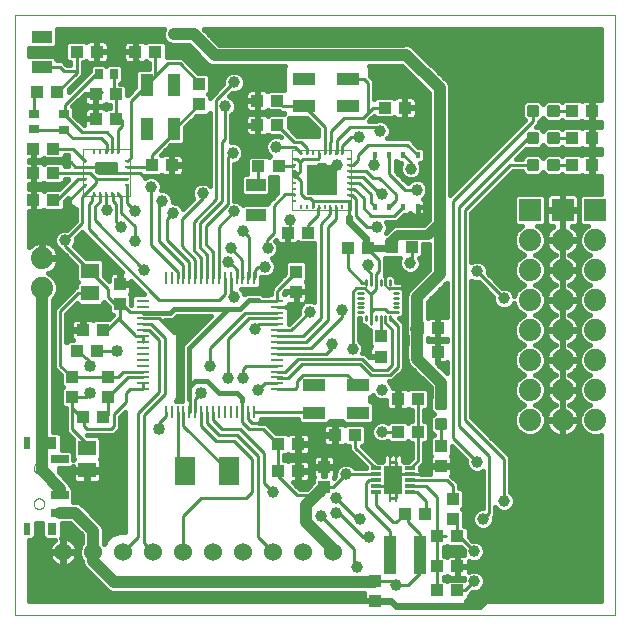
<source format=gtl>
G75*
%MOIN*%
%OFA0B0*%
%FSLAX25Y25*%
%IPPOS*%
%LPD*%
%AMOC8*
5,1,8,0,0,1.08239X$1,22.5*
%
%ADD10C,0.00000*%
%ADD11R,0.03937X0.04331*%
%ADD12R,0.04331X0.03937*%
%ADD13R,0.07400X0.07400*%
%ADD14C,0.07400*%
%ADD15R,0.04488X0.12992*%
%ADD16R,0.05906X0.05118*%
%ADD17C,0.01181*%
%ADD18R,0.04331X0.01122*%
%ADD19R,0.01122X0.04331*%
%ADD20R,0.03346X0.01169*%
%ADD21R,0.06496X0.09449*%
%ADD22R,0.01102X0.02756*%
%ADD23R,0.06693X0.09449*%
%ADD24R,0.07480X0.04331*%
%ADD25C,0.06000*%
%ADD26R,0.06693X0.03937*%
%ADD27R,0.02756X0.03543*%
%ADD28R,0.03543X0.02756*%
%ADD29R,0.04331X0.07480*%
%ADD30R,0.01575X0.02362*%
%ADD31C,0.00906*%
%ADD32R,0.05906X0.02756*%
%ADD33R,0.02362X0.03937*%
%ADD34R,0.03150X0.03937*%
%ADD35C,0.00197*%
%ADD36R,0.01575X0.00984*%
%ADD37R,0.00984X0.01575*%
%ADD38R,0.10000X0.10000*%
%ADD39C,0.01600*%
%ADD40C,0.01000*%
%ADD41C,0.04000*%
%ADD42C,0.03962*%
%ADD43C,0.00700*%
%ADD44C,0.02400*%
%ADD45C,0.04000*%
%ADD46C,0.03200*%
D10*
X0089800Y0071800D02*
X0089800Y0271800D01*
X0289800Y0271800D01*
X0289800Y0071800D01*
X0089800Y0071800D01*
X0096028Y0108894D02*
X0096030Y0108978D01*
X0096036Y0109061D01*
X0096046Y0109144D01*
X0096060Y0109227D01*
X0096077Y0109309D01*
X0096099Y0109390D01*
X0096124Y0109469D01*
X0096153Y0109548D01*
X0096186Y0109625D01*
X0096222Y0109700D01*
X0096262Y0109774D01*
X0096305Y0109846D01*
X0096352Y0109915D01*
X0096402Y0109982D01*
X0096455Y0110047D01*
X0096511Y0110109D01*
X0096569Y0110169D01*
X0096631Y0110226D01*
X0096695Y0110279D01*
X0096762Y0110330D01*
X0096831Y0110377D01*
X0096902Y0110422D01*
X0096975Y0110462D01*
X0097050Y0110499D01*
X0097127Y0110533D01*
X0097205Y0110563D01*
X0097284Y0110589D01*
X0097365Y0110612D01*
X0097447Y0110630D01*
X0097529Y0110645D01*
X0097612Y0110656D01*
X0097695Y0110663D01*
X0097779Y0110666D01*
X0097863Y0110665D01*
X0097946Y0110660D01*
X0098030Y0110651D01*
X0098112Y0110638D01*
X0098194Y0110622D01*
X0098275Y0110601D01*
X0098356Y0110577D01*
X0098434Y0110549D01*
X0098512Y0110517D01*
X0098588Y0110481D01*
X0098662Y0110442D01*
X0098734Y0110400D01*
X0098804Y0110354D01*
X0098872Y0110305D01*
X0098937Y0110253D01*
X0099000Y0110198D01*
X0099060Y0110140D01*
X0099118Y0110079D01*
X0099172Y0110015D01*
X0099224Y0109949D01*
X0099272Y0109881D01*
X0099317Y0109810D01*
X0099358Y0109737D01*
X0099397Y0109663D01*
X0099431Y0109587D01*
X0099462Y0109509D01*
X0099489Y0109430D01*
X0099513Y0109349D01*
X0099532Y0109268D01*
X0099548Y0109186D01*
X0099560Y0109103D01*
X0099568Y0109019D01*
X0099572Y0108936D01*
X0099572Y0108852D01*
X0099568Y0108769D01*
X0099560Y0108685D01*
X0099548Y0108602D01*
X0099532Y0108520D01*
X0099513Y0108439D01*
X0099489Y0108358D01*
X0099462Y0108279D01*
X0099431Y0108201D01*
X0099397Y0108125D01*
X0099358Y0108051D01*
X0099317Y0107978D01*
X0099272Y0107907D01*
X0099224Y0107839D01*
X0099172Y0107773D01*
X0099118Y0107709D01*
X0099060Y0107648D01*
X0099000Y0107590D01*
X0098937Y0107535D01*
X0098872Y0107483D01*
X0098804Y0107434D01*
X0098734Y0107388D01*
X0098662Y0107346D01*
X0098588Y0107307D01*
X0098512Y0107271D01*
X0098434Y0107239D01*
X0098356Y0107211D01*
X0098275Y0107187D01*
X0098194Y0107166D01*
X0098112Y0107150D01*
X0098030Y0107137D01*
X0097946Y0107128D01*
X0097863Y0107123D01*
X0097779Y0107122D01*
X0097695Y0107125D01*
X0097612Y0107132D01*
X0097529Y0107143D01*
X0097447Y0107158D01*
X0097365Y0107176D01*
X0097284Y0107199D01*
X0097205Y0107225D01*
X0097127Y0107255D01*
X0097050Y0107289D01*
X0096975Y0107326D01*
X0096902Y0107366D01*
X0096831Y0107411D01*
X0096762Y0107458D01*
X0096695Y0107509D01*
X0096631Y0107562D01*
X0096569Y0107619D01*
X0096511Y0107679D01*
X0096455Y0107741D01*
X0096402Y0107806D01*
X0096352Y0107873D01*
X0096305Y0107942D01*
X0096262Y0108014D01*
X0096222Y0108088D01*
X0096186Y0108163D01*
X0096153Y0108240D01*
X0096124Y0108319D01*
X0096099Y0108398D01*
X0096077Y0108479D01*
X0096060Y0108561D01*
X0096046Y0108644D01*
X0096036Y0108727D01*
X0096030Y0108810D01*
X0096028Y0108894D01*
X0096028Y0120706D02*
X0096030Y0120790D01*
X0096036Y0120873D01*
X0096046Y0120956D01*
X0096060Y0121039D01*
X0096077Y0121121D01*
X0096099Y0121202D01*
X0096124Y0121281D01*
X0096153Y0121360D01*
X0096186Y0121437D01*
X0096222Y0121512D01*
X0096262Y0121586D01*
X0096305Y0121658D01*
X0096352Y0121727D01*
X0096402Y0121794D01*
X0096455Y0121859D01*
X0096511Y0121921D01*
X0096569Y0121981D01*
X0096631Y0122038D01*
X0096695Y0122091D01*
X0096762Y0122142D01*
X0096831Y0122189D01*
X0096902Y0122234D01*
X0096975Y0122274D01*
X0097050Y0122311D01*
X0097127Y0122345D01*
X0097205Y0122375D01*
X0097284Y0122401D01*
X0097365Y0122424D01*
X0097447Y0122442D01*
X0097529Y0122457D01*
X0097612Y0122468D01*
X0097695Y0122475D01*
X0097779Y0122478D01*
X0097863Y0122477D01*
X0097946Y0122472D01*
X0098030Y0122463D01*
X0098112Y0122450D01*
X0098194Y0122434D01*
X0098275Y0122413D01*
X0098356Y0122389D01*
X0098434Y0122361D01*
X0098512Y0122329D01*
X0098588Y0122293D01*
X0098662Y0122254D01*
X0098734Y0122212D01*
X0098804Y0122166D01*
X0098872Y0122117D01*
X0098937Y0122065D01*
X0099000Y0122010D01*
X0099060Y0121952D01*
X0099118Y0121891D01*
X0099172Y0121827D01*
X0099224Y0121761D01*
X0099272Y0121693D01*
X0099317Y0121622D01*
X0099358Y0121549D01*
X0099397Y0121475D01*
X0099431Y0121399D01*
X0099462Y0121321D01*
X0099489Y0121242D01*
X0099513Y0121161D01*
X0099532Y0121080D01*
X0099548Y0120998D01*
X0099560Y0120915D01*
X0099568Y0120831D01*
X0099572Y0120748D01*
X0099572Y0120664D01*
X0099568Y0120581D01*
X0099560Y0120497D01*
X0099548Y0120414D01*
X0099532Y0120332D01*
X0099513Y0120251D01*
X0099489Y0120170D01*
X0099462Y0120091D01*
X0099431Y0120013D01*
X0099397Y0119937D01*
X0099358Y0119863D01*
X0099317Y0119790D01*
X0099272Y0119719D01*
X0099224Y0119651D01*
X0099172Y0119585D01*
X0099118Y0119521D01*
X0099060Y0119460D01*
X0099000Y0119402D01*
X0098937Y0119347D01*
X0098872Y0119295D01*
X0098804Y0119246D01*
X0098734Y0119200D01*
X0098662Y0119158D01*
X0098588Y0119119D01*
X0098512Y0119083D01*
X0098434Y0119051D01*
X0098356Y0119023D01*
X0098275Y0118999D01*
X0098194Y0118978D01*
X0098112Y0118962D01*
X0098030Y0118949D01*
X0097946Y0118940D01*
X0097863Y0118935D01*
X0097779Y0118934D01*
X0097695Y0118937D01*
X0097612Y0118944D01*
X0097529Y0118955D01*
X0097447Y0118970D01*
X0097365Y0118988D01*
X0097284Y0119011D01*
X0097205Y0119037D01*
X0097127Y0119067D01*
X0097050Y0119101D01*
X0096975Y0119138D01*
X0096902Y0119178D01*
X0096831Y0119223D01*
X0096762Y0119270D01*
X0096695Y0119321D01*
X0096631Y0119374D01*
X0096569Y0119431D01*
X0096511Y0119491D01*
X0096455Y0119553D01*
X0096402Y0119618D01*
X0096352Y0119685D01*
X0096305Y0119754D01*
X0096262Y0119826D01*
X0096222Y0119900D01*
X0096186Y0119975D01*
X0096153Y0120052D01*
X0096124Y0120131D01*
X0096099Y0120210D01*
X0096077Y0120291D01*
X0096060Y0120373D01*
X0096046Y0120456D01*
X0096036Y0120539D01*
X0096030Y0120622D01*
X0096028Y0120706D01*
D11*
X0108800Y0144454D03*
X0108800Y0151146D03*
X0120800Y0151146D03*
X0120800Y0144454D03*
X0124800Y0175454D03*
X0124800Y0182146D03*
X0151200Y0242054D03*
X0151200Y0248746D03*
X0183500Y0186246D03*
X0183500Y0179554D03*
X0211700Y0164646D03*
X0211700Y0157954D03*
X0231800Y0128146D03*
X0231800Y0121454D03*
X0235900Y0110346D03*
X0235900Y0103654D03*
X0209800Y0083146D03*
X0209800Y0076454D03*
X0192800Y0114454D03*
X0192800Y0121146D03*
D12*
X0184146Y0119800D03*
X0177454Y0119800D03*
X0177454Y0128800D03*
X0184146Y0128800D03*
X0196454Y0131800D03*
X0203146Y0131800D03*
X0217454Y0132800D03*
X0224146Y0132800D03*
X0224146Y0143800D03*
X0217454Y0143800D03*
X0223954Y0159500D03*
X0230646Y0159500D03*
X0230746Y0167500D03*
X0224054Y0167500D03*
X0222146Y0194400D03*
X0215454Y0194400D03*
X0207346Y0194200D03*
X0200654Y0194200D03*
X0187446Y0199200D03*
X0180754Y0199200D03*
X0177646Y0221300D03*
X0170954Y0221300D03*
X0170554Y0235100D03*
X0177246Y0235100D03*
X0177246Y0243200D03*
X0170554Y0243200D03*
X0142046Y0221800D03*
X0135354Y0221800D03*
X0123446Y0237200D03*
X0116754Y0237200D03*
X0116754Y0245300D03*
X0123446Y0245300D03*
X0129854Y0259500D03*
X0136546Y0259500D03*
X0117046Y0259600D03*
X0110354Y0259600D03*
X0103946Y0246200D03*
X0097254Y0246200D03*
X0095854Y0227200D03*
X0102546Y0227200D03*
X0102546Y0219100D03*
X0095854Y0219100D03*
X0095854Y0210100D03*
X0102546Y0210100D03*
X0112454Y0166800D03*
X0119146Y0166800D03*
X0117146Y0159800D03*
X0110454Y0159800D03*
X0112454Y0137800D03*
X0119146Y0137800D03*
X0213054Y0240900D03*
X0219746Y0240900D03*
X0275454Y0239800D03*
X0282146Y0239800D03*
X0282146Y0230800D03*
X0275454Y0230800D03*
X0275454Y0221800D03*
X0282146Y0221800D03*
X0226446Y0105600D03*
X0219754Y0105600D03*
X0230554Y0098000D03*
X0237246Y0098000D03*
X0237246Y0088000D03*
X0230554Y0088000D03*
X0230554Y0080000D03*
X0237246Y0080000D03*
D13*
X0261400Y0206800D03*
X0272300Y0206800D03*
X0283200Y0206800D03*
D14*
X0283200Y0196800D03*
X0283200Y0186800D03*
X0283200Y0176800D03*
X0283200Y0166800D03*
X0283200Y0156800D03*
X0283200Y0146800D03*
X0283200Y0136800D03*
X0272300Y0136800D03*
X0272300Y0146800D03*
X0272300Y0156800D03*
X0272300Y0166800D03*
X0272300Y0176800D03*
X0272300Y0186800D03*
X0272300Y0196800D03*
X0261400Y0196800D03*
X0261400Y0186800D03*
X0261400Y0176800D03*
X0261400Y0166800D03*
X0261400Y0156800D03*
X0261400Y0146800D03*
X0261400Y0136800D03*
X0098800Y0180800D03*
X0098800Y0190800D03*
D15*
X0214800Y0091800D03*
X0224800Y0091800D03*
D16*
X0113800Y0120060D03*
X0113800Y0127540D03*
X0114800Y0179060D03*
X0114800Y0186540D03*
D17*
X0230422Y0143631D02*
X0233178Y0143631D01*
X0233178Y0140875D01*
X0230422Y0140875D01*
X0230422Y0143631D01*
X0230422Y0142055D02*
X0233178Y0142055D01*
X0233178Y0143235D02*
X0230422Y0143235D01*
X0230422Y0136725D02*
X0233178Y0136725D01*
X0233178Y0133969D01*
X0230422Y0133969D01*
X0230422Y0136725D01*
X0230422Y0135149D02*
X0233178Y0135149D01*
X0233178Y0136329D02*
X0230422Y0136329D01*
X0260969Y0220422D02*
X0260969Y0223178D01*
X0263725Y0223178D01*
X0263725Y0220422D01*
X0260969Y0220422D01*
X0260969Y0221602D02*
X0263725Y0221602D01*
X0263725Y0222782D02*
X0260969Y0222782D01*
X0260969Y0229422D02*
X0260969Y0232178D01*
X0263725Y0232178D01*
X0263725Y0229422D01*
X0260969Y0229422D01*
X0260969Y0230602D02*
X0263725Y0230602D01*
X0263725Y0231782D02*
X0260969Y0231782D01*
X0260969Y0238422D02*
X0260969Y0241178D01*
X0263725Y0241178D01*
X0263725Y0238422D01*
X0260969Y0238422D01*
X0260969Y0239602D02*
X0263725Y0239602D01*
X0263725Y0240782D02*
X0260969Y0240782D01*
X0267875Y0241178D02*
X0267875Y0238422D01*
X0267875Y0241178D02*
X0270631Y0241178D01*
X0270631Y0238422D01*
X0267875Y0238422D01*
X0267875Y0239602D02*
X0270631Y0239602D01*
X0270631Y0240782D02*
X0267875Y0240782D01*
X0267875Y0232178D02*
X0267875Y0229422D01*
X0267875Y0232178D02*
X0270631Y0232178D01*
X0270631Y0229422D01*
X0267875Y0229422D01*
X0267875Y0230602D02*
X0270631Y0230602D01*
X0270631Y0231782D02*
X0267875Y0231782D01*
X0267875Y0223178D02*
X0267875Y0220422D01*
X0267875Y0223178D02*
X0270631Y0223178D01*
X0270631Y0220422D01*
X0267875Y0220422D01*
X0267875Y0221602D02*
X0270631Y0221602D01*
X0270631Y0222782D02*
X0267875Y0222782D01*
D18*
X0177241Y0176564D03*
X0177241Y0174595D03*
X0177241Y0172627D03*
X0177241Y0170658D03*
X0177241Y0168690D03*
X0177241Y0166721D03*
X0177241Y0164753D03*
X0177241Y0162784D03*
X0177241Y0160816D03*
X0177241Y0158847D03*
X0177241Y0156879D03*
X0177241Y0154910D03*
X0177241Y0152942D03*
X0177241Y0150973D03*
X0177241Y0149005D03*
X0177241Y0147036D03*
X0132359Y0147036D03*
X0132359Y0149005D03*
X0132359Y0150973D03*
X0132359Y0152942D03*
X0132359Y0154910D03*
X0132359Y0156879D03*
X0132359Y0158847D03*
X0132359Y0160816D03*
X0132359Y0162784D03*
X0132359Y0164753D03*
X0132359Y0166721D03*
X0132359Y0168690D03*
X0132359Y0170658D03*
X0132359Y0172627D03*
X0132359Y0174595D03*
X0132359Y0176564D03*
D19*
X0140036Y0184241D03*
X0142005Y0184241D03*
X0143973Y0184241D03*
X0145942Y0184241D03*
X0147910Y0184241D03*
X0149879Y0184241D03*
X0151847Y0184241D03*
X0153816Y0184241D03*
X0155784Y0184241D03*
X0157753Y0184241D03*
X0159721Y0184241D03*
X0161690Y0184241D03*
X0163658Y0184241D03*
X0165627Y0184241D03*
X0167595Y0184241D03*
X0169564Y0184241D03*
X0169564Y0139359D03*
X0167595Y0139359D03*
X0165627Y0139359D03*
X0163658Y0139359D03*
X0161690Y0139359D03*
X0159721Y0139359D03*
X0157753Y0139359D03*
X0155784Y0139359D03*
X0153816Y0139359D03*
X0151847Y0139359D03*
X0149879Y0139359D03*
X0147910Y0139359D03*
X0145942Y0139359D03*
X0143973Y0139359D03*
X0142005Y0139359D03*
X0140036Y0139359D03*
D20*
X0209993Y0120737D03*
X0209993Y0118769D03*
X0209993Y0116800D03*
X0209993Y0114831D03*
X0209993Y0112863D03*
X0221607Y0112863D03*
X0221607Y0114831D03*
X0221607Y0116800D03*
X0221607Y0118769D03*
X0221607Y0120737D03*
D21*
X0215800Y0116800D03*
D22*
X0214816Y0110894D03*
X0216784Y0110894D03*
X0216784Y0122706D03*
X0214816Y0122706D03*
D23*
X0161083Y0119800D03*
X0146517Y0119800D03*
D24*
X0189517Y0139272D03*
X0189517Y0148328D03*
X0204083Y0148328D03*
X0204083Y0139272D03*
X0200783Y0241372D03*
X0200783Y0250428D03*
X0186217Y0250428D03*
X0186217Y0241372D03*
D25*
X0185800Y0092800D03*
X0175800Y0092800D03*
X0165800Y0092800D03*
X0155800Y0092800D03*
X0145800Y0092800D03*
X0135800Y0092800D03*
X0125800Y0092800D03*
X0115800Y0092800D03*
X0105800Y0092800D03*
X0195800Y0092800D03*
D26*
X0170000Y0205279D03*
X0170000Y0215121D03*
X0098700Y0254579D03*
X0098700Y0264421D03*
D27*
X0117641Y0252100D03*
X0122759Y0252100D03*
D28*
X0106200Y0238659D03*
X0106200Y0233541D03*
X0096000Y0233641D03*
X0096000Y0238759D03*
D29*
X0133672Y0233917D03*
X0142728Y0233917D03*
X0142728Y0248483D03*
X0133672Y0248483D03*
D30*
X0209813Y0225161D03*
X0214538Y0225161D03*
X0219262Y0225161D03*
X0223987Y0225161D03*
X0223987Y0207839D03*
X0219262Y0207839D03*
X0214538Y0207839D03*
X0209813Y0207839D03*
D31*
X0210113Y0183334D02*
X0210113Y0181878D01*
X0211687Y0181878D02*
X0211687Y0183334D01*
X0213262Y0183334D02*
X0213262Y0181878D01*
X0214837Y0181878D02*
X0214837Y0183334D01*
X0216078Y0180637D02*
X0217534Y0180637D01*
X0217534Y0179062D02*
X0216078Y0179062D01*
X0216078Y0177487D02*
X0217534Y0177487D01*
X0217534Y0175913D02*
X0216078Y0175913D01*
X0216078Y0174338D02*
X0217534Y0174338D01*
X0217534Y0172763D02*
X0216078Y0172763D01*
X0214837Y0171522D02*
X0214837Y0170066D01*
X0213262Y0170066D02*
X0213262Y0171522D01*
X0211687Y0171522D02*
X0211687Y0170066D01*
X0210113Y0170066D02*
X0210113Y0171522D01*
X0208538Y0171522D02*
X0208538Y0170066D01*
X0206963Y0170066D02*
X0206963Y0171522D01*
X0205722Y0172763D02*
X0204266Y0172763D01*
X0204266Y0174338D02*
X0205722Y0174338D01*
X0205722Y0175913D02*
X0204266Y0175913D01*
X0204266Y0177487D02*
X0205722Y0177487D01*
X0205722Y0179062D02*
X0204266Y0179062D01*
X0204266Y0180637D02*
X0205722Y0180637D01*
X0206963Y0181878D02*
X0206963Y0183334D01*
X0208538Y0183334D02*
X0208538Y0181878D01*
D32*
X0104690Y0123658D03*
X0104690Y0111847D03*
X0104690Y0105942D03*
D33*
X0093863Y0100430D03*
X0093863Y0129170D03*
D34*
X0102131Y0129170D03*
X0102131Y0100430D03*
D35*
X0182157Y0206957D02*
X0182157Y0226643D01*
X0201843Y0226643D01*
X0201843Y0206957D01*
X0182157Y0206957D01*
X0128074Y0211326D02*
X0128074Y0227074D01*
X0112326Y0227074D01*
X0112326Y0211326D01*
X0128074Y0211326D01*
D36*
X0127287Y0215263D03*
X0127287Y0217231D03*
X0127287Y0219200D03*
X0127287Y0221169D03*
X0127287Y0223137D03*
X0113113Y0223137D03*
X0113113Y0221169D03*
X0113113Y0219200D03*
X0113113Y0217231D03*
X0113113Y0215263D03*
X0182945Y0215816D03*
X0182945Y0217784D03*
X0182945Y0219753D03*
X0182945Y0221721D03*
X0182945Y0223690D03*
X0182945Y0213847D03*
X0182945Y0211879D03*
X0182945Y0209910D03*
X0201055Y0209910D03*
X0201055Y0211879D03*
X0201055Y0213847D03*
X0201055Y0215816D03*
X0201055Y0217784D03*
X0201055Y0219753D03*
X0201055Y0221721D03*
X0201055Y0223690D03*
D37*
X0198890Y0225855D03*
X0196921Y0225855D03*
X0194953Y0225855D03*
X0192984Y0225855D03*
X0191016Y0225855D03*
X0189047Y0225855D03*
X0187079Y0225855D03*
X0185110Y0225855D03*
X0185110Y0207745D03*
X0187079Y0207745D03*
X0189047Y0207745D03*
X0191016Y0207745D03*
X0192984Y0207745D03*
X0194953Y0207745D03*
X0196921Y0207745D03*
X0198890Y0207745D03*
X0124137Y0212113D03*
X0122169Y0212113D03*
X0120200Y0212113D03*
X0118231Y0212113D03*
X0116263Y0212113D03*
X0116263Y0226287D03*
X0118231Y0226287D03*
X0120200Y0226287D03*
X0122169Y0226287D03*
X0124137Y0226287D03*
D38*
X0192000Y0216800D03*
D39*
X0192800Y0217600D02*
X0191200Y0217600D01*
X0191200Y0221700D01*
X0191570Y0221700D01*
X0191614Y0221744D01*
X0192800Y0221744D01*
X0192800Y0217600D01*
X0192800Y0218863D02*
X0191200Y0218863D01*
X0191200Y0220462D02*
X0192800Y0220462D01*
X0190884Y0231541D02*
X0183775Y0231541D01*
X0181012Y0234304D01*
X0181012Y0237500D01*
X0187119Y0237500D01*
X0190884Y0233735D01*
X0190884Y0231541D01*
X0190884Y0231651D02*
X0183665Y0231651D01*
X0182067Y0233250D02*
X0190884Y0233250D01*
X0189771Y0234848D02*
X0181012Y0234848D01*
X0181012Y0236447D02*
X0188172Y0236447D01*
X0179500Y0238668D02*
X0174418Y0238668D01*
X0174041Y0238292D01*
X0173824Y0238509D01*
X0173414Y0238746D01*
X0172956Y0238868D01*
X0170738Y0238868D01*
X0170738Y0235284D01*
X0170369Y0235284D01*
X0170369Y0234916D01*
X0166588Y0234916D01*
X0166588Y0232895D01*
X0166711Y0232437D01*
X0166948Y0232026D01*
X0167283Y0231691D01*
X0167693Y0231454D01*
X0168151Y0231331D01*
X0170369Y0231331D01*
X0170369Y0234916D01*
X0170738Y0234916D01*
X0170738Y0231331D01*
X0172956Y0231331D01*
X0173414Y0231454D01*
X0173824Y0231691D01*
X0174041Y0231908D01*
X0174418Y0231531D01*
X0177845Y0231531D01*
X0178337Y0231039D01*
X0177512Y0231381D01*
X0176088Y0231381D01*
X0174771Y0230836D01*
X0173764Y0229829D01*
X0173219Y0228512D01*
X0173219Y0227088D01*
X0173764Y0225771D01*
X0174743Y0224793D01*
X0174300Y0224350D01*
X0173782Y0224868D01*
X0168125Y0224868D01*
X0167188Y0223931D01*
X0167188Y0218690D01*
X0165991Y0218690D01*
X0165054Y0217752D01*
X0165054Y0212490D01*
X0165991Y0211553D01*
X0174009Y0211553D01*
X0174946Y0212490D01*
X0174946Y0217731D01*
X0177259Y0217731D01*
X0177259Y0212429D01*
X0175130Y0210300D01*
X0173900Y0209070D01*
X0173900Y0208847D01*
X0165991Y0208847D01*
X0165654Y0208510D01*
X0164829Y0209336D01*
X0163512Y0209881D01*
X0162900Y0209881D01*
X0162900Y0222219D01*
X0163012Y0222219D01*
X0164329Y0222764D01*
X0165336Y0223771D01*
X0165881Y0225088D01*
X0165881Y0226512D01*
X0165336Y0227829D01*
X0164329Y0228836D01*
X0163012Y0229381D01*
X0161851Y0229381D01*
X0161900Y0229430D01*
X0161900Y0238336D01*
X0162836Y0239271D01*
X0163381Y0240588D01*
X0163381Y0242012D01*
X0162836Y0243329D01*
X0161829Y0244336D01*
X0161105Y0244635D01*
X0162189Y0245719D01*
X0163512Y0245719D01*
X0164829Y0246264D01*
X0165836Y0247271D01*
X0166381Y0248588D01*
X0166381Y0250012D01*
X0165836Y0251329D01*
X0164829Y0252336D01*
X0163512Y0252881D01*
X0162088Y0252881D01*
X0160771Y0252336D01*
X0159764Y0251329D01*
X0159219Y0250012D01*
X0159219Y0248689D01*
X0154768Y0244238D01*
X0154768Y0244882D01*
X0154250Y0245400D01*
X0154768Y0245918D01*
X0154768Y0251575D01*
X0153831Y0252512D01*
X0150858Y0252512D01*
X0145570Y0257800D01*
X0140312Y0257800D01*
X0140312Y0262131D01*
X0139375Y0263068D01*
X0133718Y0263068D01*
X0133341Y0262692D01*
X0133124Y0262909D01*
X0132714Y0263146D01*
X0132256Y0263268D01*
X0130038Y0263268D01*
X0130038Y0259684D01*
X0129669Y0259684D01*
X0129669Y0259316D01*
X0125888Y0259316D01*
X0125888Y0257295D01*
X0126011Y0256837D01*
X0126248Y0256426D01*
X0126583Y0256091D01*
X0126993Y0255854D01*
X0127451Y0255731D01*
X0129669Y0255731D01*
X0129669Y0259316D01*
X0130038Y0259316D01*
X0130038Y0255731D01*
X0132256Y0255731D01*
X0132714Y0255854D01*
X0133124Y0256091D01*
X0133341Y0256308D01*
X0133718Y0255931D01*
X0134446Y0255931D01*
X0134446Y0253824D01*
X0130844Y0253824D01*
X0129907Y0252886D01*
X0129907Y0247688D01*
X0127430Y0245211D01*
X0127212Y0244993D01*
X0127212Y0247931D01*
X0126275Y0248868D01*
X0124940Y0248868D01*
X0125737Y0249666D01*
X0125737Y0254534D01*
X0124800Y0255472D01*
X0120718Y0255472D01*
X0120200Y0254953D01*
X0119682Y0255472D01*
X0115600Y0255472D01*
X0114663Y0254534D01*
X0114663Y0253033D01*
X0107712Y0246082D01*
X0107712Y0246995D01*
X0111223Y0250507D01*
X0112454Y0251737D01*
X0112454Y0256031D01*
X0113182Y0256031D01*
X0113559Y0256408D01*
X0113776Y0256191D01*
X0114186Y0255954D01*
X0114644Y0255831D01*
X0116862Y0255831D01*
X0116862Y0259416D01*
X0117231Y0259416D01*
X0117231Y0259784D01*
X0121012Y0259784D01*
X0121012Y0261805D01*
X0120889Y0262263D01*
X0120652Y0262674D01*
X0120317Y0263009D01*
X0119907Y0263246D01*
X0119449Y0263368D01*
X0117231Y0263368D01*
X0117231Y0259784D01*
X0116862Y0259784D01*
X0116862Y0263368D01*
X0114644Y0263368D01*
X0114186Y0263246D01*
X0113776Y0263009D01*
X0113559Y0262792D01*
X0113182Y0263168D01*
X0107525Y0263168D01*
X0106588Y0262231D01*
X0106588Y0256969D01*
X0107525Y0256031D01*
X0108254Y0256031D01*
X0108254Y0255200D01*
X0107038Y0255200D01*
X0105559Y0256679D01*
X0103646Y0256679D01*
X0103646Y0257210D01*
X0102709Y0258147D01*
X0094691Y0258147D01*
X0094600Y0258056D01*
X0094600Y0260944D01*
X0094691Y0260853D01*
X0102709Y0260853D01*
X0103646Y0261790D01*
X0103646Y0267000D01*
X0139608Y0267000D01*
X0139200Y0266016D01*
X0139200Y0264584D01*
X0139748Y0263261D01*
X0140761Y0262248D01*
X0142084Y0261700D01*
X0147809Y0261700D01*
X0154261Y0255248D01*
X0155584Y0254700D01*
X0157016Y0254700D01*
X0179862Y0254700D01*
X0179500Y0254338D01*
X0179500Y0246768D01*
X0174418Y0246768D01*
X0174041Y0246392D01*
X0173824Y0246609D01*
X0173414Y0246846D01*
X0172956Y0246968D01*
X0170738Y0246968D01*
X0170738Y0243384D01*
X0170369Y0243384D01*
X0170369Y0243016D01*
X0166588Y0243016D01*
X0166588Y0240995D01*
X0166711Y0240537D01*
X0166948Y0240126D01*
X0167283Y0239791D01*
X0167693Y0239554D01*
X0168151Y0239431D01*
X0170369Y0239431D01*
X0170369Y0243016D01*
X0170738Y0243016D01*
X0170738Y0239431D01*
X0172956Y0239431D01*
X0173414Y0239554D01*
X0173824Y0239791D01*
X0174041Y0240008D01*
X0174418Y0239631D01*
X0177845Y0239631D01*
X0178204Y0239272D01*
X0179500Y0239272D01*
X0179500Y0238668D01*
X0174406Y0239644D02*
X0173569Y0239644D01*
X0170738Y0239644D02*
X0170369Y0239644D01*
X0170369Y0238868D02*
X0168151Y0238868D01*
X0167693Y0238746D01*
X0167283Y0238509D01*
X0166948Y0238174D01*
X0166711Y0237763D01*
X0166588Y0237305D01*
X0166588Y0235284D01*
X0170369Y0235284D01*
X0170369Y0238868D01*
X0170369Y0238045D02*
X0170738Y0238045D01*
X0170738Y0236447D02*
X0170369Y0236447D01*
X0170369Y0234848D02*
X0170738Y0234848D01*
X0170738Y0233250D02*
X0170369Y0233250D01*
X0170369Y0231651D02*
X0170738Y0231651D01*
X0173755Y0231651D02*
X0174299Y0231651D01*
X0173988Y0230053D02*
X0161900Y0230053D01*
X0161900Y0231651D02*
X0167352Y0231651D01*
X0166588Y0233250D02*
X0161900Y0233250D01*
X0161900Y0234848D02*
X0166588Y0234848D01*
X0166588Y0236447D02*
X0161900Y0236447D01*
X0161900Y0238045D02*
X0166874Y0238045D01*
X0167538Y0239644D02*
X0162990Y0239644D01*
X0163381Y0241242D02*
X0166588Y0241242D01*
X0166588Y0242841D02*
X0163038Y0242841D01*
X0161579Y0244439D02*
X0166588Y0244439D01*
X0166588Y0245405D02*
X0166588Y0243384D01*
X0170369Y0243384D01*
X0170369Y0246968D01*
X0168151Y0246968D01*
X0167693Y0246846D01*
X0167283Y0246609D01*
X0166948Y0246274D01*
X0166711Y0245863D01*
X0166588Y0245405D01*
X0166812Y0246038D02*
X0164282Y0246038D01*
X0165987Y0247636D02*
X0179500Y0247636D01*
X0179500Y0249235D02*
X0166381Y0249235D01*
X0166041Y0250833D02*
X0179500Y0250833D01*
X0179500Y0252432D02*
X0164597Y0252432D01*
X0161003Y0252432D02*
X0153911Y0252432D01*
X0154768Y0250833D02*
X0159559Y0250833D01*
X0159219Y0249235D02*
X0154768Y0249235D01*
X0154768Y0247636D02*
X0158166Y0247636D01*
X0156568Y0246038D02*
X0154768Y0246038D01*
X0154768Y0244439D02*
X0154969Y0244439D01*
X0154700Y0239157D02*
X0154700Y0214964D01*
X0154329Y0215336D01*
X0153012Y0215881D01*
X0151588Y0215881D01*
X0150271Y0215336D01*
X0149264Y0214329D01*
X0148719Y0213012D01*
X0148719Y0211588D01*
X0149129Y0210598D01*
X0145635Y0207105D01*
X0145336Y0207829D01*
X0144329Y0208836D01*
X0143012Y0209381D01*
X0142381Y0209381D01*
X0142381Y0210512D01*
X0141836Y0211829D01*
X0140829Y0212836D01*
X0139512Y0213381D01*
X0138513Y0213381D01*
X0138681Y0213788D01*
X0138681Y0215212D01*
X0138136Y0216529D01*
X0137129Y0217536D01*
X0135812Y0218081D01*
X0134388Y0218081D01*
X0133071Y0217536D01*
X0132972Y0217437D01*
X0132972Y0218231D01*
X0138182Y0218231D01*
X0138559Y0218608D01*
X0138776Y0218391D01*
X0139186Y0218154D01*
X0139644Y0218031D01*
X0141862Y0218031D01*
X0141862Y0221616D01*
X0142231Y0221616D01*
X0142231Y0221984D01*
X0146012Y0221984D01*
X0146012Y0224005D01*
X0145889Y0224463D01*
X0145652Y0224874D01*
X0145317Y0225209D01*
X0144907Y0225446D01*
X0144449Y0225568D01*
X0142231Y0225568D01*
X0142231Y0221984D01*
X0141862Y0221984D01*
X0141862Y0225568D01*
X0139644Y0225568D01*
X0139186Y0225446D01*
X0138776Y0225209D01*
X0138559Y0224992D01*
X0138310Y0225240D01*
X0141646Y0228576D01*
X0145556Y0228576D01*
X0146493Y0229514D01*
X0146493Y0234377D01*
X0150404Y0238288D01*
X0153831Y0238288D01*
X0154700Y0239157D01*
X0154700Y0238045D02*
X0150161Y0238045D01*
X0148563Y0236447D02*
X0154700Y0236447D01*
X0154700Y0234848D02*
X0146964Y0234848D01*
X0146493Y0233250D02*
X0154700Y0233250D01*
X0154700Y0231651D02*
X0146493Y0231651D01*
X0146493Y0230053D02*
X0154700Y0230053D01*
X0154700Y0228454D02*
X0141524Y0228454D01*
X0139925Y0226856D02*
X0154700Y0226856D01*
X0154700Y0225257D02*
X0145234Y0225257D01*
X0146012Y0223659D02*
X0154700Y0223659D01*
X0154700Y0222060D02*
X0146012Y0222060D01*
X0146012Y0221616D02*
X0142231Y0221616D01*
X0142231Y0218031D01*
X0144449Y0218031D01*
X0144907Y0218154D01*
X0145317Y0218391D01*
X0145652Y0218726D01*
X0145889Y0219137D01*
X0146012Y0219595D01*
X0146012Y0221616D01*
X0146012Y0220462D02*
X0154700Y0220462D01*
X0154700Y0218863D02*
X0145731Y0218863D01*
X0142231Y0218863D02*
X0141862Y0218863D01*
X0141862Y0220462D02*
X0142231Y0220462D01*
X0142231Y0222060D02*
X0141862Y0222060D01*
X0141862Y0223659D02*
X0142231Y0223659D01*
X0142231Y0225257D02*
X0141862Y0225257D01*
X0138859Y0225257D02*
X0138327Y0225257D01*
X0137400Y0217265D02*
X0154700Y0217265D01*
X0154700Y0215666D02*
X0153532Y0215666D01*
X0151068Y0215666D02*
X0138493Y0215666D01*
X0138681Y0214068D02*
X0149156Y0214068D01*
X0148719Y0212469D02*
X0141195Y0212469D01*
X0142233Y0210870D02*
X0149016Y0210870D01*
X0147802Y0209272D02*
X0143276Y0209272D01*
X0145400Y0207673D02*
X0146204Y0207673D01*
X0162900Y0210870D02*
X0175701Y0210870D01*
X0174925Y0212469D02*
X0177259Y0212469D01*
X0177259Y0214068D02*
X0174946Y0214068D01*
X0174946Y0215666D02*
X0177259Y0215666D01*
X0177259Y0217265D02*
X0174946Y0217265D01*
X0167188Y0218863D02*
X0162900Y0218863D01*
X0162900Y0217265D02*
X0165054Y0217265D01*
X0165054Y0215666D02*
X0162900Y0215666D01*
X0162900Y0214068D02*
X0165054Y0214068D01*
X0165075Y0212469D02*
X0162900Y0212469D01*
X0164892Y0209272D02*
X0174102Y0209272D01*
X0180569Y0199016D02*
X0180938Y0199016D01*
X0180938Y0195431D01*
X0183156Y0195431D01*
X0183614Y0195554D01*
X0184024Y0195791D01*
X0184241Y0196008D01*
X0184618Y0195631D01*
X0189600Y0195631D01*
X0189600Y0176113D01*
X0188712Y0176481D01*
X0187288Y0176481D01*
X0186940Y0176337D01*
X0187146Y0176693D01*
X0187268Y0177151D01*
X0187268Y0179369D01*
X0183684Y0179369D01*
X0183684Y0175588D01*
X0185624Y0175588D01*
X0184964Y0174929D01*
X0184419Y0173612D01*
X0184419Y0172289D01*
X0181006Y0168876D01*
X0181006Y0169914D01*
X0181006Y0173206D01*
X0181084Y0173339D01*
X0181206Y0173797D01*
X0181206Y0174595D01*
X0180262Y0174595D01*
X0180262Y0174595D01*
X0181206Y0174595D01*
X0181206Y0175393D01*
X0181143Y0175629D01*
X0181295Y0175588D01*
X0183316Y0175588D01*
X0183316Y0179369D01*
X0183684Y0179369D01*
X0183684Y0179738D01*
X0187268Y0179738D01*
X0187268Y0181956D01*
X0187146Y0182414D01*
X0186909Y0182824D01*
X0186692Y0183041D01*
X0187068Y0183418D01*
X0187068Y0189075D01*
X0186131Y0190012D01*
X0180869Y0190012D01*
X0179931Y0189075D01*
X0179931Y0185648D01*
X0176664Y0182380D01*
X0176098Y0181814D01*
X0175434Y0181150D01*
X0175434Y0180897D01*
X0175320Y0180622D01*
X0175141Y0180443D01*
X0175141Y0178725D01*
X0174413Y0178725D01*
X0174288Y0178600D01*
X0172394Y0178600D01*
X0172159Y0178835D01*
X0171277Y0179200D01*
X0167323Y0179200D01*
X0166441Y0178835D01*
X0166304Y0178698D01*
X0165836Y0179829D01*
X0165189Y0180476D01*
X0170788Y0180476D01*
X0171725Y0181413D01*
X0171725Y0183432D01*
X0171900Y0183607D01*
X0171900Y0184521D01*
X0172388Y0184319D01*
X0173812Y0184319D01*
X0175129Y0184864D01*
X0176136Y0185871D01*
X0176681Y0187188D01*
X0176681Y0188612D01*
X0176136Y0189929D01*
X0175301Y0190763D01*
X0176029Y0191064D01*
X0177036Y0192071D01*
X0177581Y0193388D01*
X0177581Y0194812D01*
X0177036Y0196129D01*
X0176567Y0196597D01*
X0176825Y0196856D01*
X0176911Y0196537D01*
X0177148Y0196126D01*
X0177483Y0195791D01*
X0177893Y0195554D01*
X0178351Y0195431D01*
X0180569Y0195431D01*
X0180569Y0199016D01*
X0180569Y0198082D02*
X0180938Y0198082D01*
X0180938Y0196484D02*
X0180569Y0196484D01*
X0177551Y0194885D02*
X0189600Y0194885D01*
X0189600Y0193287D02*
X0177539Y0193287D01*
X0176653Y0191688D02*
X0189600Y0191688D01*
X0189600Y0190090D02*
X0175975Y0190090D01*
X0176681Y0188491D02*
X0179931Y0188491D01*
X0179931Y0186893D02*
X0176559Y0186893D01*
X0175559Y0185294D02*
X0179578Y0185294D01*
X0177980Y0183696D02*
X0171900Y0183696D01*
X0171725Y0182097D02*
X0176381Y0182097D01*
X0176664Y0182380D02*
X0176664Y0182380D01*
X0175197Y0180499D02*
X0170811Y0180499D01*
X0172001Y0178900D02*
X0175141Y0178900D01*
X0179341Y0178900D02*
X0179731Y0178900D01*
X0179731Y0178725D02*
X0179341Y0178725D01*
X0179341Y0179118D01*
X0179961Y0179738D01*
X0183316Y0179738D01*
X0183316Y0179369D01*
X0179731Y0179369D01*
X0179731Y0178725D01*
X0183316Y0178900D02*
X0183684Y0178900D01*
X0183684Y0177302D02*
X0183316Y0177302D01*
X0183316Y0175703D02*
X0183684Y0175703D01*
X0184623Y0174105D02*
X0181206Y0174105D01*
X0180262Y0174595D02*
X0180262Y0174595D01*
X0181006Y0172506D02*
X0184419Y0172506D01*
X0183038Y0170908D02*
X0181006Y0170908D01*
X0181006Y0169309D02*
X0181439Y0169309D01*
X0187268Y0177302D02*
X0189600Y0177302D01*
X0189600Y0178900D02*
X0187268Y0178900D01*
X0187268Y0180499D02*
X0189600Y0180499D01*
X0189600Y0182097D02*
X0187231Y0182097D01*
X0187068Y0183696D02*
X0189600Y0183696D01*
X0189600Y0185294D02*
X0187068Y0185294D01*
X0187068Y0186893D02*
X0189600Y0186893D01*
X0189600Y0188491D02*
X0187068Y0188491D01*
X0176941Y0196484D02*
X0176681Y0196484D01*
X0166599Y0178900D02*
X0166220Y0178900D01*
X0167800Y0176800D02*
X0164800Y0173800D01*
X0160800Y0173800D01*
X0147800Y0160800D01*
X0147800Y0147800D01*
X0149800Y0149800D01*
X0153800Y0149800D01*
X0157800Y0145800D01*
X0163800Y0145800D01*
X0165627Y0143973D01*
X0165627Y0142973D01*
X0171725Y0137259D02*
X0184176Y0137259D01*
X0184176Y0136444D01*
X0185114Y0135507D01*
X0193822Y0135507D01*
X0193593Y0135446D01*
X0193183Y0135209D01*
X0192848Y0134874D01*
X0192611Y0134463D01*
X0192488Y0134005D01*
X0192488Y0131984D01*
X0196269Y0131984D01*
X0196269Y0131616D01*
X0192488Y0131616D01*
X0192488Y0129595D01*
X0192611Y0129137D01*
X0192848Y0128726D01*
X0193183Y0128391D01*
X0193593Y0128154D01*
X0194051Y0128031D01*
X0196269Y0128031D01*
X0196269Y0131616D01*
X0196638Y0131616D01*
X0196638Y0128031D01*
X0198856Y0128031D01*
X0199314Y0128154D01*
X0199724Y0128391D01*
X0199941Y0128608D01*
X0200318Y0128231D01*
X0201046Y0128231D01*
X0201046Y0126714D01*
X0206720Y0121040D01*
X0206720Y0120868D01*
X0203096Y0120868D01*
X0202229Y0121736D01*
X0200912Y0122281D01*
X0199488Y0122281D01*
X0198171Y0121736D01*
X0197164Y0120729D01*
X0196619Y0119412D01*
X0196619Y0118089D01*
X0196090Y0117560D01*
X0195992Y0117659D01*
X0196209Y0117876D01*
X0196446Y0118286D01*
X0196568Y0118744D01*
X0196568Y0120962D01*
X0192984Y0120962D01*
X0192984Y0118219D01*
X0192616Y0118219D01*
X0192616Y0120962D01*
X0192984Y0120962D01*
X0192984Y0121331D01*
X0192616Y0121331D01*
X0192616Y0125112D01*
X0190595Y0125112D01*
X0190137Y0124989D01*
X0189726Y0124752D01*
X0189391Y0124417D01*
X0189154Y0124007D01*
X0189031Y0123549D01*
X0189031Y0121331D01*
X0192616Y0121331D01*
X0192616Y0120962D01*
X0189031Y0120962D01*
X0189031Y0118744D01*
X0189154Y0118286D01*
X0189391Y0117876D01*
X0189608Y0117659D01*
X0189231Y0117282D01*
X0189231Y0115976D01*
X0187155Y0113900D01*
X0184670Y0113900D01*
X0182538Y0116031D01*
X0183962Y0116031D01*
X0183962Y0119616D01*
X0184331Y0119616D01*
X0184331Y0119984D01*
X0188112Y0119984D01*
X0188112Y0122005D01*
X0187989Y0122463D01*
X0187752Y0122874D01*
X0187417Y0123209D01*
X0187007Y0123446D01*
X0186549Y0123568D01*
X0184331Y0123568D01*
X0184331Y0119984D01*
X0183962Y0119984D01*
X0183962Y0123568D01*
X0181744Y0123568D01*
X0181286Y0123446D01*
X0180876Y0123209D01*
X0180659Y0122992D01*
X0180282Y0123368D01*
X0179554Y0123368D01*
X0179554Y0125231D01*
X0180282Y0125231D01*
X0180659Y0125608D01*
X0180876Y0125391D01*
X0181286Y0125154D01*
X0181744Y0125031D01*
X0183962Y0125031D01*
X0183962Y0128616D01*
X0184331Y0128616D01*
X0184331Y0128984D01*
X0188112Y0128984D01*
X0188112Y0131005D01*
X0187989Y0131463D01*
X0187752Y0131874D01*
X0187417Y0132209D01*
X0187007Y0132446D01*
X0186549Y0132568D01*
X0184331Y0132568D01*
X0184331Y0128984D01*
X0183962Y0128984D01*
X0183962Y0132568D01*
X0181744Y0132568D01*
X0181286Y0132446D01*
X0180876Y0132209D01*
X0180659Y0131992D01*
X0180282Y0132368D01*
X0176855Y0132368D01*
X0174554Y0134670D01*
X0173323Y0135900D01*
X0171094Y0135900D01*
X0171725Y0136531D01*
X0171725Y0137259D01*
X0173483Y0135740D02*
X0184880Y0135740D01*
X0184331Y0132543D02*
X0183962Y0132543D01*
X0183962Y0130945D02*
X0184331Y0130945D01*
X0184331Y0129346D02*
X0183962Y0129346D01*
X0184331Y0128616D02*
X0188112Y0128616D01*
X0188112Y0126595D01*
X0187989Y0126137D01*
X0187752Y0125726D01*
X0187417Y0125391D01*
X0187007Y0125154D01*
X0186549Y0125031D01*
X0184331Y0125031D01*
X0184331Y0128616D01*
X0184331Y0127748D02*
X0183962Y0127748D01*
X0183962Y0126149D02*
X0184331Y0126149D01*
X0184331Y0122952D02*
X0183962Y0122952D01*
X0183962Y0121354D02*
X0184331Y0121354D01*
X0184331Y0119755D02*
X0189031Y0119755D01*
X0188112Y0119616D02*
X0184331Y0119616D01*
X0184331Y0116031D01*
X0186549Y0116031D01*
X0187007Y0116154D01*
X0187417Y0116391D01*
X0187752Y0116726D01*
X0187989Y0117137D01*
X0188112Y0117595D01*
X0188112Y0119616D01*
X0188112Y0118157D02*
X0189229Y0118157D01*
X0189231Y0116558D02*
X0187584Y0116558D01*
X0188215Y0114960D02*
X0183610Y0114960D01*
X0183962Y0116558D02*
X0184331Y0116558D01*
X0184331Y0118157D02*
X0183962Y0118157D01*
X0188112Y0121354D02*
X0189031Y0121354D01*
X0189031Y0122952D02*
X0187674Y0122952D01*
X0189525Y0124551D02*
X0179554Y0124551D01*
X0181651Y0132543D02*
X0176680Y0132543D01*
X0175081Y0134142D02*
X0192525Y0134142D01*
X0192488Y0132543D02*
X0186642Y0132543D01*
X0188112Y0130945D02*
X0192488Y0130945D01*
X0192555Y0129346D02*
X0188112Y0129346D01*
X0188112Y0127748D02*
X0201046Y0127748D01*
X0201611Y0126149D02*
X0187993Y0126149D01*
X0192616Y0124551D02*
X0192984Y0124551D01*
X0192984Y0125112D02*
X0192984Y0121331D01*
X0196568Y0121331D01*
X0196568Y0123549D01*
X0196446Y0124007D01*
X0196209Y0124417D01*
X0195874Y0124752D01*
X0195463Y0124989D01*
X0195005Y0125112D01*
X0192984Y0125112D01*
X0192984Y0122952D02*
X0192616Y0122952D01*
X0192616Y0121354D02*
X0192984Y0121354D01*
X0192984Y0119755D02*
X0192616Y0119755D01*
X0196568Y0119755D02*
X0196761Y0119755D01*
X0196619Y0118157D02*
X0196371Y0118157D01*
X0196568Y0121354D02*
X0197789Y0121354D01*
X0196568Y0122952D02*
X0204808Y0122952D01*
X0206406Y0121354D02*
X0202611Y0121354D01*
X0203209Y0124551D02*
X0196075Y0124551D01*
X0196269Y0129346D02*
X0196638Y0129346D01*
X0196638Y0130945D02*
X0196269Y0130945D01*
X0196269Y0131984D02*
X0196269Y0135568D01*
X0194051Y0135568D01*
X0193955Y0135543D01*
X0194857Y0136444D01*
X0194857Y0136500D01*
X0198743Y0136500D01*
X0198743Y0136444D01*
X0199681Y0135507D01*
X0208486Y0135507D01*
X0209424Y0136444D01*
X0209424Y0142101D01*
X0208486Y0143038D01*
X0208100Y0143038D01*
X0208100Y0144562D01*
X0208486Y0144562D01*
X0209056Y0145132D01*
X0209164Y0144871D01*
X0210171Y0143864D01*
X0211488Y0143319D01*
X0212912Y0143319D01*
X0213488Y0143557D01*
X0213488Y0141595D01*
X0213611Y0141137D01*
X0213848Y0140726D01*
X0214183Y0140391D01*
X0214593Y0140154D01*
X0215051Y0140031D01*
X0217269Y0140031D01*
X0217269Y0143616D01*
X0217638Y0143616D01*
X0217638Y0140031D01*
X0219856Y0140031D01*
X0220314Y0140154D01*
X0220724Y0140391D01*
X0220941Y0140608D01*
X0221318Y0140231D01*
X0222046Y0140231D01*
X0222046Y0136368D01*
X0221318Y0136368D01*
X0220800Y0135850D01*
X0220282Y0136368D01*
X0214625Y0136368D01*
X0214203Y0135946D01*
X0212912Y0136481D01*
X0211488Y0136481D01*
X0210171Y0135936D01*
X0209164Y0134929D01*
X0208619Y0133612D01*
X0208619Y0132188D01*
X0209164Y0130871D01*
X0210171Y0129864D01*
X0211488Y0129319D01*
X0212912Y0129319D01*
X0214062Y0129795D01*
X0214625Y0129231D01*
X0220282Y0129231D01*
X0220800Y0129750D01*
X0221318Y0129231D01*
X0222046Y0129231D01*
X0222046Y0124146D01*
X0220821Y0122921D01*
X0219517Y0122921D01*
X0219338Y0123100D01*
X0219135Y0123100D01*
X0219135Y0124320D01*
X0219013Y0124778D01*
X0218776Y0125189D01*
X0218441Y0125524D01*
X0218030Y0125761D01*
X0217572Y0125883D01*
X0216784Y0125883D01*
X0215996Y0125883D01*
X0215800Y0125831D01*
X0215604Y0125883D01*
X0214816Y0125883D01*
X0214816Y0125212D01*
X0214816Y0125212D01*
X0214816Y0125883D01*
X0214028Y0125883D01*
X0213570Y0125761D01*
X0213159Y0125524D01*
X0212824Y0125189D01*
X0212587Y0124778D01*
X0212465Y0124320D01*
X0212465Y0123100D01*
X0212262Y0123100D01*
X0212083Y0122921D01*
X0210778Y0122921D01*
X0205468Y0128231D01*
X0205975Y0128231D01*
X0206912Y0129169D01*
X0206912Y0134431D01*
X0205975Y0135368D01*
X0200318Y0135368D01*
X0199941Y0134992D01*
X0199724Y0135209D01*
X0199314Y0135446D01*
X0198856Y0135568D01*
X0196638Y0135568D01*
X0196638Y0131984D01*
X0196269Y0131984D01*
X0196269Y0132543D02*
X0196638Y0132543D01*
X0196638Y0134142D02*
X0196269Y0134142D01*
X0194153Y0135740D02*
X0199447Y0135740D01*
X0206912Y0134142D02*
X0208838Y0134142D01*
X0208720Y0135740D02*
X0209976Y0135740D01*
X0209424Y0137339D02*
X0222046Y0137339D01*
X0222046Y0138937D02*
X0209424Y0138937D01*
X0209424Y0140536D02*
X0214038Y0140536D01*
X0213488Y0142134D02*
X0209390Y0142134D01*
X0210488Y0143733D02*
X0208100Y0143733D01*
X0215781Y0147568D02*
X0215781Y0147612D01*
X0215236Y0148929D01*
X0214464Y0149700D01*
X0215570Y0149700D01*
X0218370Y0152500D01*
X0219600Y0153730D01*
X0219600Y0169001D01*
X0217891Y0170710D01*
X0218384Y0170710D01*
X0219587Y0171913D01*
X0219587Y0179687D01*
X0219633Y0179767D01*
X0219787Y0180340D01*
X0219787Y0180637D01*
X0219787Y0180934D01*
X0219633Y0181507D01*
X0219337Y0182020D01*
X0218917Y0182440D01*
X0218403Y0182736D01*
X0217830Y0182890D01*
X0216890Y0182890D01*
X0216890Y0184184D01*
X0215687Y0185387D01*
X0214212Y0185387D01*
X0214132Y0185433D01*
X0213559Y0185587D01*
X0213262Y0185587D01*
X0213156Y0185587D01*
X0213200Y0185630D01*
X0213200Y0190831D01*
X0218200Y0190831D01*
X0217819Y0189912D01*
X0217819Y0188488D01*
X0218364Y0187171D01*
X0219371Y0186164D01*
X0220688Y0185619D01*
X0222112Y0185619D01*
X0223429Y0186164D01*
X0224436Y0187171D01*
X0224981Y0188488D01*
X0224981Y0189912D01*
X0224600Y0190831D01*
X0224975Y0190831D01*
X0225912Y0191769D01*
X0225912Y0195400D01*
X0227700Y0195400D01*
X0227700Y0186791D01*
X0220648Y0179739D01*
X0220100Y0178416D01*
X0220100Y0168157D01*
X0220000Y0167916D01*
X0220000Y0166484D01*
X0220288Y0165788D01*
X0220288Y0164869D01*
X0220354Y0164803D01*
X0220354Y0162297D01*
X0220188Y0162131D01*
X0220188Y0156869D01*
X0220354Y0156703D01*
X0220354Y0156430D01*
X0220902Y0155107D01*
X0221914Y0154095D01*
X0228300Y0147709D01*
X0228300Y0144607D01*
X0228231Y0144538D01*
X0228231Y0143045D01*
X0228200Y0142969D01*
X0228200Y0141537D01*
X0228231Y0141461D01*
X0228231Y0139967D01*
X0229399Y0138800D01*
X0228231Y0137633D01*
X0228231Y0133062D01*
X0229382Y0131912D01*
X0229169Y0131912D01*
X0228231Y0130975D01*
X0228231Y0125318D01*
X0228608Y0124941D01*
X0228391Y0124724D01*
X0228154Y0124314D01*
X0228031Y0123856D01*
X0228031Y0121638D01*
X0231616Y0121638D01*
X0231616Y0121269D01*
X0228031Y0121269D01*
X0228031Y0119051D01*
X0228072Y0118900D01*
X0225080Y0118900D01*
X0225080Y0119590D01*
X0224958Y0120048D01*
X0224880Y0120181D01*
X0224880Y0121040D01*
X0226246Y0122407D01*
X0226246Y0129231D01*
X0226975Y0129231D01*
X0227912Y0130169D01*
X0227912Y0135431D01*
X0226975Y0136368D01*
X0226246Y0136368D01*
X0226246Y0140231D01*
X0226975Y0140231D01*
X0227912Y0141169D01*
X0227912Y0146431D01*
X0226975Y0147368D01*
X0221318Y0147368D01*
X0220941Y0146992D01*
X0220724Y0147209D01*
X0220314Y0147446D01*
X0219856Y0147568D01*
X0217638Y0147568D01*
X0217638Y0143984D01*
X0217269Y0143984D01*
X0217269Y0147568D01*
X0215781Y0147568D01*
X0215402Y0148529D02*
X0227480Y0148529D01*
X0227413Y0146930D02*
X0228300Y0146930D01*
X0228300Y0145332D02*
X0227912Y0145332D01*
X0227912Y0143733D02*
X0228231Y0143733D01*
X0228200Y0142134D02*
X0227912Y0142134D01*
X0228231Y0140536D02*
X0227279Y0140536D01*
X0226246Y0138937D02*
X0229261Y0138937D01*
X0228231Y0137339D02*
X0226246Y0137339D01*
X0227603Y0135740D02*
X0228231Y0135740D01*
X0228231Y0134142D02*
X0227912Y0134142D01*
X0227912Y0132543D02*
X0228750Y0132543D01*
X0228231Y0130945D02*
X0227912Y0130945D01*
X0228231Y0129346D02*
X0227089Y0129346D01*
X0226246Y0127748D02*
X0228231Y0127748D01*
X0228231Y0126149D02*
X0226246Y0126149D01*
X0226246Y0124551D02*
X0228291Y0124551D01*
X0228031Y0122952D02*
X0226246Y0122952D01*
X0225194Y0121354D02*
X0231616Y0121354D01*
X0231984Y0121354D02*
X0240523Y0121354D01*
X0240764Y0120771D02*
X0241771Y0119764D01*
X0243088Y0119219D01*
X0244512Y0119219D01*
X0245700Y0119711D01*
X0245700Y0107381D01*
X0245088Y0107381D01*
X0243771Y0106836D01*
X0242764Y0105829D01*
X0242219Y0104512D01*
X0242219Y0103088D01*
X0242764Y0101771D01*
X0243771Y0100764D01*
X0245088Y0100219D01*
X0246512Y0100219D01*
X0247829Y0100764D01*
X0248836Y0101771D01*
X0249381Y0103088D01*
X0249381Y0104411D01*
X0249900Y0104930D01*
X0249900Y0107636D01*
X0250771Y0106764D01*
X0252088Y0106219D01*
X0253512Y0106219D01*
X0254829Y0106764D01*
X0255836Y0107771D01*
X0256381Y0109088D01*
X0256381Y0110512D01*
X0255836Y0111829D01*
X0254900Y0112764D01*
X0254900Y0124670D01*
X0253670Y0125900D01*
X0241900Y0137670D01*
X0241900Y0183211D01*
X0243088Y0182719D01*
X0244411Y0182719D01*
X0249219Y0177911D01*
X0249219Y0176588D01*
X0249764Y0175271D01*
X0250771Y0174264D01*
X0252088Y0173719D01*
X0253512Y0173719D01*
X0254829Y0174264D01*
X0255836Y0175271D01*
X0256100Y0175909D01*
X0256100Y0175746D01*
X0256907Y0173798D01*
X0258398Y0172307D01*
X0259622Y0171800D01*
X0258398Y0171293D01*
X0256907Y0169802D01*
X0256100Y0167854D01*
X0256100Y0165746D01*
X0256907Y0163798D01*
X0258398Y0162307D01*
X0259622Y0161800D01*
X0258398Y0161293D01*
X0256907Y0159802D01*
X0256100Y0157854D01*
X0256100Y0155746D01*
X0256907Y0153798D01*
X0258398Y0152307D01*
X0259622Y0151800D01*
X0258398Y0151293D01*
X0256907Y0149802D01*
X0256100Y0147854D01*
X0256100Y0145746D01*
X0256907Y0143798D01*
X0258398Y0142307D01*
X0259622Y0141800D01*
X0258398Y0141293D01*
X0256907Y0139802D01*
X0256100Y0137854D01*
X0256100Y0135746D01*
X0256907Y0133798D01*
X0258398Y0132307D01*
X0260346Y0131500D01*
X0262454Y0131500D01*
X0264402Y0132307D01*
X0265893Y0133798D01*
X0266700Y0135746D01*
X0266700Y0137854D01*
X0265893Y0139802D01*
X0264402Y0141293D01*
X0263178Y0141800D01*
X0264402Y0142307D01*
X0265893Y0143798D01*
X0266700Y0145746D01*
X0266700Y0147854D01*
X0265893Y0149802D01*
X0264402Y0151293D01*
X0263178Y0151800D01*
X0264402Y0152307D01*
X0265893Y0153798D01*
X0266700Y0155746D01*
X0266700Y0157854D01*
X0265893Y0159802D01*
X0264402Y0161293D01*
X0263178Y0161800D01*
X0264402Y0162307D01*
X0265893Y0163798D01*
X0266700Y0165746D01*
X0266700Y0167854D01*
X0265893Y0169802D01*
X0264402Y0171293D01*
X0263178Y0171800D01*
X0264402Y0172307D01*
X0265893Y0173798D01*
X0266700Y0175746D01*
X0266700Y0177854D01*
X0265893Y0179802D01*
X0264402Y0181293D01*
X0263178Y0181800D01*
X0264402Y0182307D01*
X0265893Y0183798D01*
X0266700Y0185746D01*
X0266700Y0187854D01*
X0265893Y0189802D01*
X0264402Y0191293D01*
X0263178Y0191800D01*
X0264402Y0192307D01*
X0265893Y0193798D01*
X0266700Y0195746D01*
X0266700Y0197854D01*
X0265893Y0199802D01*
X0264402Y0201293D01*
X0263903Y0201500D01*
X0265763Y0201500D01*
X0266700Y0202437D01*
X0266700Y0211163D01*
X0265763Y0212100D01*
X0257037Y0212100D01*
X0256100Y0211163D01*
X0256100Y0202437D01*
X0257037Y0201500D01*
X0258897Y0201500D01*
X0258398Y0201293D01*
X0256907Y0199802D01*
X0256100Y0197854D01*
X0256100Y0195746D01*
X0256907Y0193798D01*
X0258398Y0192307D01*
X0259622Y0191800D01*
X0258398Y0191293D01*
X0256907Y0189802D01*
X0256100Y0187854D01*
X0256100Y0185746D01*
X0256907Y0183798D01*
X0258398Y0182307D01*
X0259622Y0181800D01*
X0258398Y0181293D01*
X0256907Y0179802D01*
X0256273Y0178273D01*
X0255836Y0179329D01*
X0254829Y0180336D01*
X0253512Y0180881D01*
X0252189Y0180881D01*
X0247381Y0185689D01*
X0247381Y0187012D01*
X0246836Y0188329D01*
X0245829Y0189336D01*
X0244512Y0189881D01*
X0243088Y0189881D01*
X0241900Y0189389D01*
X0241900Y0205930D01*
X0255670Y0219700D01*
X0258779Y0219700D01*
X0258779Y0219515D01*
X0260062Y0218231D01*
X0264633Y0218231D01*
X0265800Y0219399D01*
X0266967Y0218231D01*
X0271538Y0218231D01*
X0272082Y0218775D01*
X0272625Y0218231D01*
X0278282Y0218231D01*
X0278659Y0218608D01*
X0278876Y0218391D01*
X0279286Y0218154D01*
X0279744Y0218031D01*
X0281962Y0218031D01*
X0281962Y0221616D01*
X0282331Y0221616D01*
X0282331Y0218031D01*
X0284549Y0218031D01*
X0285000Y0218152D01*
X0285000Y0212100D01*
X0278837Y0212100D01*
X0277900Y0211163D01*
X0277900Y0202437D01*
X0278837Y0201500D01*
X0280697Y0201500D01*
X0280198Y0201293D01*
X0278707Y0199802D01*
X0277900Y0197854D01*
X0277900Y0195746D01*
X0278707Y0193798D01*
X0280198Y0192307D01*
X0281422Y0191800D01*
X0280198Y0191293D01*
X0278707Y0189802D01*
X0277900Y0187854D01*
X0277900Y0185746D01*
X0278707Y0183798D01*
X0280198Y0182307D01*
X0281422Y0181800D01*
X0280198Y0181293D01*
X0278707Y0179802D01*
X0277900Y0177854D01*
X0277900Y0175746D01*
X0278707Y0173798D01*
X0280198Y0172307D01*
X0281422Y0171800D01*
X0280198Y0171293D01*
X0278707Y0169802D01*
X0277900Y0167854D01*
X0277900Y0165746D01*
X0278707Y0163798D01*
X0280198Y0162307D01*
X0281422Y0161800D01*
X0280198Y0161293D01*
X0278707Y0159802D01*
X0277900Y0157854D01*
X0277900Y0155746D01*
X0278707Y0153798D01*
X0280198Y0152307D01*
X0281422Y0151800D01*
X0280198Y0151293D01*
X0278707Y0149802D01*
X0277900Y0147854D01*
X0277900Y0145746D01*
X0278707Y0143798D01*
X0280198Y0142307D01*
X0281422Y0141800D01*
X0280198Y0141293D01*
X0278707Y0139802D01*
X0277900Y0137854D01*
X0277900Y0135746D01*
X0278707Y0133798D01*
X0280198Y0132307D01*
X0282146Y0131500D01*
X0284254Y0131500D01*
X0285000Y0131809D01*
X0285000Y0076600D01*
X0240243Y0076600D01*
X0241012Y0077369D01*
X0241012Y0078142D01*
X0242289Y0079419D01*
X0243612Y0079419D01*
X0244929Y0079964D01*
X0245936Y0080971D01*
X0246481Y0082288D01*
X0246481Y0083712D01*
X0245936Y0085029D01*
X0244929Y0086036D01*
X0243612Y0086581D01*
X0242188Y0086581D01*
X0241212Y0086177D01*
X0241212Y0087816D01*
X0237431Y0087816D01*
X0237431Y0088184D01*
X0241212Y0088184D01*
X0241212Y0089823D01*
X0242188Y0089419D01*
X0243612Y0089419D01*
X0244929Y0089964D01*
X0245936Y0090971D01*
X0246481Y0092288D01*
X0246481Y0093712D01*
X0245936Y0095029D01*
X0244929Y0096036D01*
X0243612Y0096581D01*
X0242289Y0096581D01*
X0241012Y0097858D01*
X0241012Y0100631D01*
X0240075Y0101568D01*
X0239468Y0101568D01*
X0239468Y0106482D01*
X0238950Y0107000D01*
X0239468Y0107518D01*
X0239468Y0113175D01*
X0238531Y0114112D01*
X0237900Y0114112D01*
X0237900Y0115670D01*
X0236670Y0116900D01*
X0235274Y0118296D01*
X0235446Y0118593D01*
X0235568Y0119051D01*
X0235568Y0121269D01*
X0231984Y0121269D01*
X0231984Y0121638D01*
X0235568Y0121638D01*
X0235568Y0123856D01*
X0235446Y0124314D01*
X0235209Y0124724D01*
X0234992Y0124941D01*
X0235368Y0125318D01*
X0235368Y0128262D01*
X0240219Y0123411D01*
X0240219Y0122088D01*
X0240764Y0120771D01*
X0241793Y0119755D02*
X0235568Y0119755D01*
X0235413Y0118157D02*
X0245700Y0118157D01*
X0245700Y0116558D02*
X0237012Y0116558D01*
X0237900Y0114960D02*
X0245700Y0114960D01*
X0245700Y0113361D02*
X0239282Y0113361D01*
X0239468Y0111763D02*
X0245700Y0111763D01*
X0245700Y0110164D02*
X0239468Y0110164D01*
X0239468Y0108566D02*
X0245700Y0108566D01*
X0244089Y0106967D02*
X0238983Y0106967D01*
X0239468Y0105369D02*
X0242574Y0105369D01*
X0242219Y0103770D02*
X0239468Y0103770D01*
X0239468Y0102172D02*
X0242598Y0102172D01*
X0241012Y0100573D02*
X0244232Y0100573D01*
X0247368Y0100573D02*
X0285000Y0100573D01*
X0285000Y0098975D02*
X0241012Y0098975D01*
X0241494Y0097376D02*
X0285000Y0097376D01*
X0285000Y0095778D02*
X0245187Y0095778D01*
X0246288Y0094179D02*
X0285000Y0094179D01*
X0285000Y0092581D02*
X0246481Y0092581D01*
X0245940Y0090982D02*
X0285000Y0090982D01*
X0285000Y0089384D02*
X0241212Y0089384D01*
X0241212Y0087785D02*
X0285000Y0087785D01*
X0285000Y0086187D02*
X0244565Y0086187D01*
X0246118Y0084588D02*
X0285000Y0084588D01*
X0285000Y0082990D02*
X0246481Y0082990D01*
X0246110Y0081391D02*
X0285000Y0081391D01*
X0285000Y0079793D02*
X0244514Y0079793D01*
X0241064Y0078194D02*
X0285000Y0078194D01*
X0285000Y0102172D02*
X0249002Y0102172D01*
X0249381Y0103770D02*
X0285000Y0103770D01*
X0285000Y0105369D02*
X0249900Y0105369D01*
X0249900Y0106967D02*
X0250568Y0106967D01*
X0255032Y0106967D02*
X0285000Y0106967D01*
X0285000Y0108566D02*
X0256165Y0108566D01*
X0256381Y0110164D02*
X0285000Y0110164D01*
X0285000Y0111763D02*
X0255863Y0111763D01*
X0254900Y0113361D02*
X0285000Y0113361D01*
X0285000Y0114960D02*
X0254900Y0114960D01*
X0254900Y0116558D02*
X0285000Y0116558D01*
X0285000Y0118157D02*
X0254900Y0118157D01*
X0254900Y0119755D02*
X0285000Y0119755D01*
X0285000Y0121354D02*
X0254900Y0121354D01*
X0254900Y0122952D02*
X0285000Y0122952D01*
X0285000Y0124551D02*
X0254900Y0124551D01*
X0253420Y0126149D02*
X0285000Y0126149D01*
X0285000Y0127748D02*
X0251822Y0127748D01*
X0250223Y0129346D02*
X0285000Y0129346D01*
X0285000Y0130945D02*
X0248625Y0130945D01*
X0247026Y0132543D02*
X0258161Y0132543D01*
X0256764Y0134142D02*
X0245428Y0134142D01*
X0243829Y0135740D02*
X0256102Y0135740D01*
X0256100Y0137339D02*
X0242231Y0137339D01*
X0241900Y0138937D02*
X0256549Y0138937D01*
X0257641Y0140536D02*
X0241900Y0140536D01*
X0241900Y0142134D02*
X0258814Y0142134D01*
X0256972Y0143733D02*
X0241900Y0143733D01*
X0241900Y0145332D02*
X0256272Y0145332D01*
X0256100Y0146930D02*
X0241900Y0146930D01*
X0241900Y0148529D02*
X0256379Y0148529D01*
X0257232Y0150127D02*
X0241900Y0150127D01*
X0241900Y0151726D02*
X0259442Y0151726D01*
X0257381Y0153324D02*
X0241900Y0153324D01*
X0241900Y0154923D02*
X0256441Y0154923D01*
X0256100Y0156521D02*
X0241900Y0156521D01*
X0241900Y0158120D02*
X0256210Y0158120D01*
X0256872Y0159718D02*
X0241900Y0159718D01*
X0241900Y0161317D02*
X0258455Y0161317D01*
X0257790Y0162915D02*
X0241900Y0162915D01*
X0241900Y0164514D02*
X0256610Y0164514D01*
X0256100Y0166112D02*
X0241900Y0166112D01*
X0241900Y0167711D02*
X0256100Y0167711D01*
X0256703Y0169309D02*
X0241900Y0169309D01*
X0241900Y0170908D02*
X0258012Y0170908D01*
X0258198Y0172506D02*
X0241900Y0172506D01*
X0241900Y0174105D02*
X0251156Y0174105D01*
X0249585Y0175703D02*
X0241900Y0175703D01*
X0241900Y0177302D02*
X0249219Y0177302D01*
X0248230Y0178900D02*
X0241900Y0178900D01*
X0241900Y0180499D02*
X0246631Y0180499D01*
X0245033Y0182097D02*
X0241900Y0182097D01*
X0247776Y0185294D02*
X0256287Y0185294D01*
X0256100Y0186893D02*
X0247381Y0186893D01*
X0246673Y0188491D02*
X0256364Y0188491D01*
X0257195Y0190090D02*
X0241900Y0190090D01*
X0241900Y0191688D02*
X0259352Y0191688D01*
X0257418Y0193287D02*
X0241900Y0193287D01*
X0241900Y0194885D02*
X0256456Y0194885D01*
X0256100Y0196484D02*
X0241900Y0196484D01*
X0241900Y0198082D02*
X0256195Y0198082D01*
X0256857Y0199681D02*
X0241900Y0199681D01*
X0241900Y0201279D02*
X0258384Y0201279D01*
X0256100Y0202878D02*
X0241900Y0202878D01*
X0241900Y0204476D02*
X0256100Y0204476D01*
X0256100Y0206075D02*
X0242045Y0206075D01*
X0243643Y0207673D02*
X0256100Y0207673D01*
X0256100Y0209272D02*
X0245242Y0209272D01*
X0246840Y0210870D02*
X0256100Y0210870D01*
X0251636Y0215666D02*
X0285000Y0215666D01*
X0285000Y0214068D02*
X0250037Y0214068D01*
X0248439Y0212469D02*
X0285000Y0212469D01*
X0285000Y0217265D02*
X0253234Y0217265D01*
X0254833Y0218863D02*
X0259430Y0218863D01*
X0258779Y0223900D02*
X0256870Y0223900D01*
X0260201Y0227231D01*
X0264633Y0227231D01*
X0265800Y0228399D01*
X0266967Y0227231D01*
X0271538Y0227231D01*
X0272082Y0227775D01*
X0272625Y0227231D01*
X0278282Y0227231D01*
X0278659Y0227608D01*
X0278876Y0227391D01*
X0279286Y0227154D01*
X0279744Y0227031D01*
X0281962Y0227031D01*
X0281962Y0230616D01*
X0282331Y0230616D01*
X0282331Y0227031D01*
X0284549Y0227031D01*
X0285000Y0227152D01*
X0285000Y0225448D01*
X0284549Y0225568D01*
X0282331Y0225568D01*
X0282331Y0221984D01*
X0281962Y0221984D01*
X0281962Y0225568D01*
X0279744Y0225568D01*
X0279286Y0225446D01*
X0278876Y0225209D01*
X0278659Y0224992D01*
X0278282Y0225368D01*
X0272625Y0225368D01*
X0272082Y0224825D01*
X0271538Y0225368D01*
X0266967Y0225368D01*
X0265800Y0224201D01*
X0264633Y0225368D01*
X0260062Y0225368D01*
X0258779Y0224085D01*
X0258779Y0223900D01*
X0258227Y0225257D02*
X0259951Y0225257D01*
X0259825Y0226856D02*
X0285000Y0226856D01*
X0282331Y0228454D02*
X0281962Y0228454D01*
X0281962Y0230053D02*
X0282331Y0230053D01*
X0282331Y0230984D02*
X0281962Y0230984D01*
X0281962Y0234568D01*
X0279744Y0234568D01*
X0279286Y0234446D01*
X0278876Y0234209D01*
X0278659Y0233992D01*
X0278282Y0234368D01*
X0272625Y0234368D01*
X0272082Y0233825D01*
X0271538Y0234368D01*
X0266967Y0234368D01*
X0265800Y0233201D01*
X0264633Y0234368D01*
X0263338Y0234368D01*
X0264447Y0235477D01*
X0264447Y0236231D01*
X0264633Y0236231D01*
X0265800Y0237399D01*
X0266967Y0236231D01*
X0271538Y0236231D01*
X0272082Y0236775D01*
X0272625Y0236231D01*
X0278282Y0236231D01*
X0278659Y0236608D01*
X0278876Y0236391D01*
X0279286Y0236154D01*
X0279744Y0236031D01*
X0281962Y0236031D01*
X0281962Y0239616D01*
X0282331Y0239616D01*
X0282331Y0236031D01*
X0284549Y0236031D01*
X0285000Y0236152D01*
X0285000Y0234448D01*
X0284549Y0234568D01*
X0282331Y0234568D01*
X0282331Y0230984D01*
X0282331Y0231651D02*
X0281962Y0231651D01*
X0281962Y0233250D02*
X0282331Y0233250D01*
X0285000Y0234848D02*
X0263818Y0234848D01*
X0264848Y0236447D02*
X0266752Y0236447D01*
X0265849Y0233250D02*
X0265751Y0233250D01*
X0271753Y0236447D02*
X0272410Y0236447D01*
X0265800Y0242201D02*
X0264633Y0243368D01*
X0260062Y0243368D01*
X0258779Y0242085D01*
X0258779Y0237515D01*
X0259662Y0236632D01*
X0234930Y0211900D01*
X0234900Y0211870D01*
X0234900Y0218984D01*
X0234900Y0248016D01*
X0234352Y0249339D01*
X0222239Y0261452D01*
X0220916Y0262000D01*
X0219484Y0262000D01*
X0219242Y0261900D01*
X0157791Y0261900D01*
X0152691Y0267000D01*
X0285000Y0267000D01*
X0285000Y0243448D01*
X0284549Y0243568D01*
X0282331Y0243568D01*
X0282331Y0239984D01*
X0281962Y0239984D01*
X0281962Y0243568D01*
X0279744Y0243568D01*
X0279286Y0243446D01*
X0278876Y0243209D01*
X0278659Y0242992D01*
X0278282Y0243368D01*
X0272625Y0243368D01*
X0272082Y0242825D01*
X0271538Y0243368D01*
X0266967Y0243368D01*
X0265800Y0242201D01*
X0265160Y0242841D02*
X0266440Y0242841D01*
X0272066Y0242841D02*
X0272098Y0242841D01*
X0278497Y0236447D02*
X0278820Y0236447D01*
X0281962Y0236447D02*
X0282331Y0236447D01*
X0282331Y0238045D02*
X0281962Y0238045D01*
X0281962Y0241242D02*
X0282331Y0241242D01*
X0282331Y0242841D02*
X0281962Y0242841D01*
X0285000Y0244439D02*
X0234900Y0244439D01*
X0234900Y0242841D02*
X0259534Y0242841D01*
X0258779Y0241242D02*
X0234900Y0241242D01*
X0234900Y0239644D02*
X0258779Y0239644D01*
X0258779Y0238045D02*
X0234900Y0238045D01*
X0234900Y0236447D02*
X0259477Y0236447D01*
X0257878Y0234848D02*
X0234900Y0234848D01*
X0234900Y0233250D02*
X0256280Y0233250D01*
X0254681Y0231651D02*
X0234900Y0231651D01*
X0234900Y0230053D02*
X0253083Y0230053D01*
X0251484Y0228454D02*
X0234900Y0228454D01*
X0234900Y0226856D02*
X0249886Y0226856D01*
X0248287Y0225257D02*
X0234900Y0225257D01*
X0234900Y0223659D02*
X0246689Y0223659D01*
X0245090Y0222060D02*
X0234900Y0222060D01*
X0234900Y0220462D02*
X0243492Y0220462D01*
X0241893Y0218863D02*
X0234900Y0218863D01*
X0234900Y0217265D02*
X0240295Y0217265D01*
X0238696Y0215666D02*
X0234900Y0215666D01*
X0234900Y0214068D02*
X0237098Y0214068D01*
X0235499Y0212469D02*
X0234900Y0212469D01*
X0227700Y0212469D02*
X0227108Y0212469D01*
X0227281Y0212888D02*
X0227281Y0214312D01*
X0226736Y0215629D01*
X0225729Y0216636D01*
X0224412Y0217181D01*
X0222988Y0217181D01*
X0221671Y0216636D01*
X0220736Y0215700D01*
X0220670Y0215700D01*
X0216700Y0219670D01*
X0216700Y0223092D01*
X0216900Y0223292D01*
X0217812Y0222380D01*
X0218561Y0222380D01*
X0218119Y0221312D01*
X0218119Y0219888D01*
X0218664Y0218571D01*
X0219671Y0217564D01*
X0220988Y0217019D01*
X0222412Y0217019D01*
X0223729Y0217564D01*
X0224736Y0218571D01*
X0225281Y0219888D01*
X0225281Y0221312D01*
X0224839Y0222380D01*
X0225437Y0222380D01*
X0226374Y0223318D01*
X0226374Y0227005D01*
X0225437Y0227943D01*
X0224175Y0227943D01*
X0221418Y0230700D01*
X0213964Y0230700D01*
X0214436Y0231171D01*
X0214981Y0232488D01*
X0214981Y0233912D01*
X0214436Y0235229D01*
X0213429Y0236236D01*
X0212112Y0236781D01*
X0210688Y0236781D01*
X0210250Y0236600D01*
X0207870Y0236600D01*
X0208270Y0237000D01*
X0209413Y0238144D01*
X0210225Y0237331D01*
X0215882Y0237331D01*
X0216259Y0237708D01*
X0216476Y0237491D01*
X0216886Y0237254D01*
X0217344Y0237131D01*
X0219562Y0237131D01*
X0219562Y0240716D01*
X0219931Y0240716D01*
X0219931Y0241084D01*
X0223712Y0241084D01*
X0223712Y0243105D01*
X0223589Y0243563D01*
X0223352Y0243974D01*
X0223017Y0244309D01*
X0222607Y0244546D01*
X0222149Y0244668D01*
X0219931Y0244668D01*
X0219931Y0241084D01*
X0219562Y0241084D01*
X0219562Y0244668D01*
X0217344Y0244668D01*
X0216886Y0244546D01*
X0216476Y0244309D01*
X0216259Y0244092D01*
X0215882Y0244468D01*
X0210225Y0244468D01*
X0209500Y0243743D01*
X0209500Y0249970D01*
X0208100Y0251370D01*
X0208100Y0254338D01*
X0207738Y0254700D01*
X0218809Y0254700D01*
X0227700Y0245809D01*
X0227700Y0203425D01*
X0226987Y0202713D01*
X0226987Y0202713D01*
X0226487Y0202213D01*
X0226075Y0201800D01*
X0216763Y0201800D01*
X0215587Y0201313D01*
X0214687Y0200413D01*
X0213570Y0199296D01*
X0213981Y0200288D01*
X0213981Y0201712D01*
X0213572Y0202700D01*
X0217093Y0202700D01*
X0219451Y0205057D01*
X0220712Y0205057D01*
X0221557Y0205902D01*
X0221759Y0205552D01*
X0222094Y0205217D01*
X0222504Y0204980D01*
X0222962Y0204857D01*
X0223987Y0204857D01*
X0225011Y0204857D01*
X0225469Y0204980D01*
X0225879Y0205217D01*
X0226214Y0205552D01*
X0226451Y0205963D01*
X0226574Y0206420D01*
X0226574Y0207839D01*
X0226574Y0209257D01*
X0226451Y0209714D01*
X0226214Y0210125D01*
X0225879Y0210460D01*
X0225711Y0210557D01*
X0225729Y0210564D01*
X0226736Y0211571D01*
X0227281Y0212888D01*
X0227281Y0214068D02*
X0227700Y0214068D01*
X0227700Y0215666D02*
X0226698Y0215666D01*
X0227700Y0217265D02*
X0223005Y0217265D01*
X0224857Y0218863D02*
X0227700Y0218863D01*
X0227700Y0220462D02*
X0225281Y0220462D01*
X0224971Y0222060D02*
X0227700Y0222060D01*
X0227700Y0223659D02*
X0226374Y0223659D01*
X0226374Y0225257D02*
X0227700Y0225257D01*
X0227700Y0226856D02*
X0226374Y0226856D01*
X0227700Y0228454D02*
X0223664Y0228454D01*
X0222065Y0230053D02*
X0227700Y0230053D01*
X0227700Y0231651D02*
X0214635Y0231651D01*
X0214981Y0233250D02*
X0227700Y0233250D01*
X0227700Y0234848D02*
X0214593Y0234848D01*
X0212920Y0236447D02*
X0227700Y0236447D01*
X0227700Y0238045D02*
X0223479Y0238045D01*
X0223589Y0238237D02*
X0223352Y0237826D01*
X0223017Y0237491D01*
X0222607Y0237254D01*
X0222149Y0237131D01*
X0219931Y0237131D01*
X0219931Y0240716D01*
X0223712Y0240716D01*
X0223712Y0238695D01*
X0223589Y0238237D01*
X0223712Y0239644D02*
X0227700Y0239644D01*
X0227700Y0241242D02*
X0223712Y0241242D01*
X0223712Y0242841D02*
X0227700Y0242841D01*
X0227700Y0244439D02*
X0222791Y0244439D01*
X0219931Y0244439D02*
X0219562Y0244439D01*
X0219562Y0242841D02*
X0219931Y0242841D01*
X0219931Y0241242D02*
X0219562Y0241242D01*
X0219562Y0239644D02*
X0219931Y0239644D01*
X0219931Y0238045D02*
X0219562Y0238045D01*
X0216702Y0244439D02*
X0215911Y0244439D01*
X0210196Y0244439D02*
X0209500Y0244439D01*
X0209500Y0246038D02*
X0227471Y0246038D01*
X0225873Y0247636D02*
X0209500Y0247636D01*
X0209500Y0249235D02*
X0224274Y0249235D01*
X0222676Y0250833D02*
X0208637Y0250833D01*
X0208100Y0252432D02*
X0221077Y0252432D01*
X0219479Y0254030D02*
X0208100Y0254030D01*
X0209315Y0238045D02*
X0209512Y0238045D01*
X0216700Y0222060D02*
X0218429Y0222060D01*
X0218119Y0220462D02*
X0216700Y0220462D01*
X0217507Y0218863D02*
X0218543Y0218863D01*
X0219105Y0217265D02*
X0220395Y0217265D01*
X0226035Y0210870D02*
X0227700Y0210870D01*
X0227700Y0209272D02*
X0226570Y0209272D01*
X0226574Y0207839D02*
X0223987Y0207839D01*
X0223987Y0207839D01*
X0226574Y0207839D01*
X0226574Y0207673D02*
X0227700Y0207673D01*
X0227700Y0206075D02*
X0226481Y0206075D01*
X0227700Y0204476D02*
X0218870Y0204476D01*
X0217271Y0202878D02*
X0227152Y0202878D01*
X0226487Y0202213D02*
X0226487Y0202213D01*
X0223987Y0204857D02*
X0223987Y0207838D01*
X0223987Y0207838D01*
X0223987Y0204857D01*
X0223987Y0206075D02*
X0223987Y0206075D01*
X0223987Y0207673D02*
X0223987Y0207673D01*
X0215554Y0201279D02*
X0213981Y0201279D01*
X0213955Y0199681D02*
X0213730Y0199681D01*
X0213200Y0190090D02*
X0217892Y0190090D01*
X0217819Y0188491D02*
X0213200Y0188491D01*
X0213200Y0186893D02*
X0218643Y0186893D01*
X0215780Y0185294D02*
X0226203Y0185294D01*
X0227700Y0186893D02*
X0224157Y0186893D01*
X0224981Y0188491D02*
X0227700Y0188491D01*
X0227700Y0190090D02*
X0224908Y0190090D01*
X0225831Y0191688D02*
X0227700Y0191688D01*
X0227700Y0193287D02*
X0225912Y0193287D01*
X0225912Y0194885D02*
X0227700Y0194885D01*
X0224605Y0183696D02*
X0216890Y0183696D01*
X0219259Y0182097D02*
X0223006Y0182097D01*
X0221408Y0180499D02*
X0219787Y0180499D01*
X0219787Y0180637D02*
X0218862Y0180637D01*
X0219787Y0180637D01*
X0218862Y0180637D02*
X0218862Y0180637D01*
X0219587Y0178900D02*
X0220301Y0178900D01*
X0220100Y0177302D02*
X0219587Y0177302D01*
X0219587Y0175703D02*
X0220100Y0175703D01*
X0220100Y0174105D02*
X0219587Y0174105D01*
X0219587Y0172506D02*
X0220100Y0172506D01*
X0220100Y0170908D02*
X0218582Y0170908D01*
X0219292Y0169309D02*
X0220100Y0169309D01*
X0220000Y0167711D02*
X0219600Y0167711D01*
X0219600Y0166112D02*
X0220154Y0166112D01*
X0220354Y0164514D02*
X0219600Y0164514D01*
X0219600Y0162915D02*
X0220354Y0162915D01*
X0220188Y0161317D02*
X0219600Y0161317D01*
X0219600Y0159718D02*
X0220188Y0159718D01*
X0220188Y0158120D02*
X0219600Y0158120D01*
X0219600Y0156521D02*
X0220354Y0156521D01*
X0221086Y0154923D02*
X0219600Y0154923D01*
X0219194Y0153324D02*
X0222685Y0153324D01*
X0224283Y0151726D02*
X0217595Y0151726D01*
X0215997Y0150127D02*
X0225882Y0150127D01*
X0231269Y0154923D02*
X0233700Y0154923D01*
X0233507Y0155854D02*
X0233700Y0155966D01*
X0233700Y0152491D01*
X0230460Y0155731D01*
X0230462Y0155731D01*
X0230462Y0159316D01*
X0230831Y0159316D01*
X0230831Y0155731D01*
X0233049Y0155731D01*
X0233507Y0155854D01*
X0233700Y0153324D02*
X0232867Y0153324D01*
X0230831Y0156521D02*
X0230462Y0156521D01*
X0230462Y0158120D02*
X0230831Y0158120D01*
X0230831Y0159684D02*
X0230462Y0159684D01*
X0230462Y0163268D01*
X0228244Y0163268D01*
X0227786Y0163146D01*
X0227554Y0163011D01*
X0227554Y0164046D01*
X0227886Y0163854D01*
X0228344Y0163731D01*
X0230562Y0163731D01*
X0230562Y0167316D01*
X0230931Y0167316D01*
X0230931Y0163731D01*
X0233149Y0163731D01*
X0233607Y0163854D01*
X0233700Y0163908D01*
X0233700Y0163034D01*
X0233507Y0163146D01*
X0233049Y0163268D01*
X0230831Y0163268D01*
X0230831Y0159684D01*
X0230831Y0159718D02*
X0230462Y0159718D01*
X0230462Y0161317D02*
X0230831Y0161317D01*
X0230831Y0162915D02*
X0230462Y0162915D01*
X0230562Y0164514D02*
X0230931Y0164514D01*
X0230931Y0166112D02*
X0230562Y0166112D01*
X0230562Y0167684D02*
X0230562Y0171268D01*
X0228344Y0171268D01*
X0227886Y0171146D01*
X0227476Y0170909D01*
X0227300Y0170733D01*
X0227300Y0176209D01*
X0233339Y0182248D01*
X0233700Y0182609D01*
X0233700Y0171092D01*
X0233607Y0171146D01*
X0233149Y0171268D01*
X0230931Y0171268D01*
X0230931Y0167684D01*
X0230562Y0167684D01*
X0230562Y0167711D02*
X0230931Y0167711D01*
X0230931Y0169309D02*
X0230562Y0169309D01*
X0230562Y0170908D02*
X0230931Y0170908D01*
X0233700Y0172506D02*
X0227300Y0172506D01*
X0227300Y0170908D02*
X0227475Y0170908D01*
X0227300Y0174105D02*
X0233700Y0174105D01*
X0233700Y0175703D02*
X0227300Y0175703D01*
X0228393Y0177302D02*
X0233700Y0177302D01*
X0233700Y0178900D02*
X0229991Y0178900D01*
X0231590Y0180499D02*
X0233700Y0180499D01*
X0233700Y0182097D02*
X0233188Y0182097D01*
X0249374Y0183696D02*
X0257009Y0183696D01*
X0258904Y0182097D02*
X0250973Y0182097D01*
X0254435Y0180499D02*
X0257603Y0180499D01*
X0256533Y0178900D02*
X0256013Y0178900D01*
X0256015Y0175703D02*
X0256118Y0175703D01*
X0256780Y0174105D02*
X0254444Y0174105D01*
X0264602Y0172506D02*
X0268853Y0172506D01*
X0268717Y0172605D02*
X0269417Y0172096D01*
X0269998Y0171800D01*
X0269417Y0171504D01*
X0268717Y0170995D01*
X0268105Y0170383D01*
X0267596Y0169683D01*
X0267203Y0168911D01*
X0266935Y0168088D01*
X0266800Y0167233D01*
X0266800Y0167000D01*
X0272100Y0167000D01*
X0272100Y0172300D01*
X0272100Y0176600D01*
X0266800Y0176600D01*
X0266800Y0176367D01*
X0266935Y0175512D01*
X0267203Y0174689D01*
X0267596Y0173917D01*
X0268105Y0173217D01*
X0268717Y0172605D01*
X0268630Y0170908D02*
X0264788Y0170908D01*
X0266097Y0169309D02*
X0267406Y0169309D01*
X0266876Y0167711D02*
X0266700Y0167711D01*
X0266800Y0166600D02*
X0266800Y0166367D01*
X0266935Y0165512D01*
X0267203Y0164689D01*
X0267596Y0163917D01*
X0268105Y0163217D01*
X0268717Y0162605D01*
X0269417Y0162096D01*
X0269998Y0161800D01*
X0269417Y0161504D01*
X0268717Y0160995D01*
X0268105Y0160383D01*
X0267596Y0159683D01*
X0267203Y0158911D01*
X0266935Y0158088D01*
X0266800Y0157233D01*
X0266800Y0157000D01*
X0272100Y0157000D01*
X0272100Y0161300D01*
X0272100Y0166600D01*
X0266800Y0166600D01*
X0266840Y0166112D02*
X0266700Y0166112D01*
X0266190Y0164514D02*
X0267292Y0164514D01*
X0268407Y0162915D02*
X0265010Y0162915D01*
X0264345Y0161317D02*
X0269159Y0161317D01*
X0267622Y0159718D02*
X0265928Y0159718D01*
X0266590Y0158120D02*
X0266946Y0158120D01*
X0266800Y0156600D02*
X0266800Y0156367D01*
X0266935Y0155512D01*
X0267203Y0154689D01*
X0267596Y0153917D01*
X0268105Y0153217D01*
X0268717Y0152605D01*
X0269417Y0152096D01*
X0269998Y0151800D01*
X0269417Y0151504D01*
X0268717Y0150995D01*
X0268105Y0150383D01*
X0267596Y0149683D01*
X0267203Y0148911D01*
X0266935Y0148088D01*
X0266800Y0147233D01*
X0266800Y0147000D01*
X0272100Y0147000D01*
X0272100Y0152300D01*
X0272100Y0156600D01*
X0266800Y0156600D01*
X0266800Y0156521D02*
X0266700Y0156521D01*
X0266359Y0154923D02*
X0267127Y0154923D01*
X0268027Y0153324D02*
X0265419Y0153324D01*
X0263358Y0151726D02*
X0269852Y0151726D01*
X0272100Y0151726D02*
X0272500Y0151726D01*
X0272500Y0153324D02*
X0272100Y0153324D01*
X0272100Y0154923D02*
X0272500Y0154923D01*
X0272500Y0156521D02*
X0272100Y0156521D01*
X0272100Y0156600D02*
X0272500Y0156600D01*
X0272500Y0157000D01*
X0277800Y0157000D01*
X0277800Y0157233D01*
X0277665Y0158088D01*
X0277397Y0158911D01*
X0277004Y0159683D01*
X0276495Y0160383D01*
X0275883Y0160995D01*
X0275183Y0161504D01*
X0274602Y0161800D01*
X0275183Y0162096D01*
X0275883Y0162605D01*
X0276495Y0163217D01*
X0277004Y0163917D01*
X0277397Y0164689D01*
X0277665Y0165512D01*
X0277800Y0166367D01*
X0277800Y0166600D01*
X0272500Y0166600D01*
X0272500Y0167000D01*
X0277800Y0167000D01*
X0277800Y0167233D01*
X0277665Y0168088D01*
X0277397Y0168911D01*
X0277004Y0169683D01*
X0276495Y0170383D01*
X0275883Y0170995D01*
X0275183Y0171504D01*
X0274602Y0171800D01*
X0275183Y0172096D01*
X0275883Y0172605D01*
X0276495Y0173217D01*
X0277004Y0173917D01*
X0277397Y0174689D01*
X0277665Y0175512D01*
X0277800Y0176367D01*
X0277800Y0176600D01*
X0272500Y0176600D01*
X0272500Y0177000D01*
X0277800Y0177000D01*
X0277800Y0177233D01*
X0277665Y0178088D01*
X0277397Y0178911D01*
X0277004Y0179683D01*
X0276495Y0180383D01*
X0275883Y0180995D01*
X0275183Y0181504D01*
X0274602Y0181800D01*
X0275183Y0182096D01*
X0275883Y0182605D01*
X0276495Y0183217D01*
X0277004Y0183917D01*
X0277397Y0184689D01*
X0277665Y0185512D01*
X0277800Y0186367D01*
X0277800Y0186600D01*
X0272500Y0186600D01*
X0272500Y0187000D01*
X0277800Y0187000D01*
X0277800Y0187233D01*
X0277665Y0188088D01*
X0277397Y0188911D01*
X0277004Y0189683D01*
X0276495Y0190383D01*
X0275883Y0190995D01*
X0275183Y0191504D01*
X0274602Y0191800D01*
X0275183Y0192096D01*
X0275883Y0192605D01*
X0276495Y0193217D01*
X0277004Y0193917D01*
X0277397Y0194689D01*
X0277665Y0195512D01*
X0277800Y0196367D01*
X0277800Y0196600D01*
X0272500Y0196600D01*
X0272500Y0197000D01*
X0277800Y0197000D01*
X0277800Y0197233D01*
X0277665Y0198088D01*
X0277397Y0198911D01*
X0277004Y0199683D01*
X0276495Y0200383D01*
X0275883Y0200995D01*
X0275463Y0201300D01*
X0276237Y0201300D01*
X0276695Y0201423D01*
X0277105Y0201660D01*
X0277440Y0201995D01*
X0277677Y0202405D01*
X0277800Y0202863D01*
X0277800Y0206600D01*
X0272500Y0206600D01*
X0272500Y0207000D01*
X0272100Y0207000D01*
X0272100Y0212300D01*
X0268363Y0212300D01*
X0267905Y0212177D01*
X0267495Y0211940D01*
X0267160Y0211605D01*
X0266923Y0211195D01*
X0266800Y0210737D01*
X0266800Y0207000D01*
X0272100Y0207000D01*
X0272100Y0206600D01*
X0266800Y0206600D01*
X0266800Y0202863D01*
X0266923Y0202405D01*
X0267160Y0201995D01*
X0267495Y0201660D01*
X0267905Y0201423D01*
X0268363Y0201300D01*
X0269137Y0201300D01*
X0268717Y0200995D01*
X0268105Y0200383D01*
X0267596Y0199683D01*
X0267203Y0198911D01*
X0266935Y0198088D01*
X0266800Y0197233D01*
X0266800Y0197000D01*
X0272100Y0197000D01*
X0272100Y0202300D01*
X0272100Y0206600D01*
X0272500Y0206600D01*
X0272500Y0197000D01*
X0272100Y0197000D01*
X0272100Y0196600D01*
X0266800Y0196600D01*
X0266800Y0196367D01*
X0266935Y0195512D01*
X0267203Y0194689D01*
X0267596Y0193917D01*
X0268105Y0193217D01*
X0268717Y0192605D01*
X0269417Y0192096D01*
X0269998Y0191800D01*
X0269417Y0191504D01*
X0268717Y0190995D01*
X0268105Y0190383D01*
X0267596Y0189683D01*
X0267203Y0188911D01*
X0266935Y0188088D01*
X0266800Y0187233D01*
X0266800Y0187000D01*
X0272100Y0187000D01*
X0272100Y0192300D01*
X0272100Y0196600D01*
X0272500Y0196600D01*
X0272500Y0187000D01*
X0272100Y0187000D01*
X0272100Y0186600D01*
X0266800Y0186600D01*
X0266800Y0186367D01*
X0266935Y0185512D01*
X0267203Y0184689D01*
X0267596Y0183917D01*
X0268105Y0183217D01*
X0268717Y0182605D01*
X0269417Y0182096D01*
X0269998Y0181800D01*
X0269417Y0181504D01*
X0268717Y0180995D01*
X0268105Y0180383D01*
X0267596Y0179683D01*
X0267203Y0178911D01*
X0266935Y0178088D01*
X0266800Y0177233D01*
X0266800Y0177000D01*
X0272100Y0177000D01*
X0272100Y0182300D01*
X0272100Y0186600D01*
X0272500Y0186600D01*
X0272500Y0177000D01*
X0272100Y0177000D01*
X0272100Y0176600D01*
X0272500Y0176600D01*
X0272500Y0167000D01*
X0272100Y0167000D01*
X0272100Y0166600D01*
X0272500Y0166600D01*
X0272500Y0157000D01*
X0272100Y0157000D01*
X0272100Y0156600D01*
X0272500Y0156600D02*
X0272500Y0147000D01*
X0277800Y0147000D01*
X0277800Y0147233D01*
X0277665Y0148088D01*
X0277397Y0148911D01*
X0277004Y0149683D01*
X0276495Y0150383D01*
X0275883Y0150995D01*
X0275183Y0151504D01*
X0274602Y0151800D01*
X0275183Y0152096D01*
X0275883Y0152605D01*
X0276495Y0153217D01*
X0277004Y0153917D01*
X0277397Y0154689D01*
X0277665Y0155512D01*
X0277800Y0156367D01*
X0277800Y0156600D01*
X0272500Y0156600D01*
X0272500Y0158120D02*
X0272100Y0158120D01*
X0272100Y0159718D02*
X0272500Y0159718D01*
X0272500Y0161317D02*
X0272100Y0161317D01*
X0272100Y0162915D02*
X0272500Y0162915D01*
X0272500Y0164514D02*
X0272100Y0164514D01*
X0272100Y0166112D02*
X0272500Y0166112D01*
X0272500Y0167711D02*
X0272100Y0167711D01*
X0272100Y0169309D02*
X0272500Y0169309D01*
X0272500Y0170908D02*
X0272100Y0170908D01*
X0272100Y0172506D02*
X0272500Y0172506D01*
X0272500Y0174105D02*
X0272100Y0174105D01*
X0272100Y0175703D02*
X0272500Y0175703D01*
X0272500Y0177302D02*
X0272100Y0177302D01*
X0272100Y0178900D02*
X0272500Y0178900D01*
X0272500Y0180499D02*
X0272100Y0180499D01*
X0272100Y0182097D02*
X0272500Y0182097D01*
X0272500Y0183696D02*
X0272100Y0183696D01*
X0272100Y0185294D02*
X0272500Y0185294D01*
X0272500Y0186893D02*
X0277900Y0186893D01*
X0278087Y0185294D02*
X0277594Y0185294D01*
X0276843Y0183696D02*
X0278809Y0183696D01*
X0280704Y0182097D02*
X0275184Y0182097D01*
X0276379Y0180499D02*
X0279403Y0180499D01*
X0278333Y0178900D02*
X0277401Y0178900D01*
X0277789Y0177302D02*
X0277900Y0177302D01*
X0277918Y0175703D02*
X0277695Y0175703D01*
X0277099Y0174105D02*
X0278580Y0174105D01*
X0279998Y0172506D02*
X0275747Y0172506D01*
X0275970Y0170908D02*
X0279812Y0170908D01*
X0278503Y0169309D02*
X0277194Y0169309D01*
X0277724Y0167711D02*
X0277900Y0167711D01*
X0277900Y0166112D02*
X0277760Y0166112D01*
X0277308Y0164514D02*
X0278410Y0164514D01*
X0279590Y0162915D02*
X0276193Y0162915D01*
X0275441Y0161317D02*
X0280255Y0161317D01*
X0278672Y0159718D02*
X0276978Y0159718D01*
X0277654Y0158120D02*
X0278010Y0158120D01*
X0277900Y0156521D02*
X0277800Y0156521D01*
X0277473Y0154923D02*
X0278241Y0154923D01*
X0279181Y0153324D02*
X0276573Y0153324D01*
X0274748Y0151726D02*
X0281242Y0151726D01*
X0279032Y0150127D02*
X0276681Y0150127D01*
X0277521Y0148529D02*
X0278179Y0148529D01*
X0277900Y0146930D02*
X0272500Y0146930D01*
X0272500Y0147000D02*
X0272500Y0146600D01*
X0277800Y0146600D01*
X0277800Y0146367D01*
X0277665Y0145512D01*
X0277397Y0144689D01*
X0277004Y0143917D01*
X0276495Y0143217D01*
X0275883Y0142605D01*
X0275183Y0142096D01*
X0274602Y0141800D01*
X0275183Y0141504D01*
X0275883Y0140995D01*
X0276495Y0140383D01*
X0277004Y0139683D01*
X0277397Y0138911D01*
X0277665Y0138088D01*
X0277800Y0137233D01*
X0277800Y0137000D01*
X0272500Y0137000D01*
X0272500Y0136600D01*
X0277800Y0136600D01*
X0277800Y0136367D01*
X0277665Y0135512D01*
X0277397Y0134689D01*
X0277004Y0133917D01*
X0276495Y0133217D01*
X0275883Y0132605D01*
X0275183Y0132096D01*
X0274411Y0131703D01*
X0273588Y0131435D01*
X0272733Y0131300D01*
X0272500Y0131300D01*
X0272500Y0136600D01*
X0272100Y0136600D01*
X0266800Y0136600D01*
X0266800Y0136367D01*
X0266935Y0135512D01*
X0267203Y0134689D01*
X0267596Y0133917D01*
X0268105Y0133217D01*
X0268717Y0132605D01*
X0269417Y0132096D01*
X0270189Y0131703D01*
X0271012Y0131435D01*
X0271867Y0131300D01*
X0272100Y0131300D01*
X0272100Y0136600D01*
X0272100Y0137000D01*
X0272100Y0142300D01*
X0272100Y0146600D01*
X0266800Y0146600D01*
X0266800Y0146367D01*
X0266935Y0145512D01*
X0267203Y0144689D01*
X0267596Y0143917D01*
X0268105Y0143217D01*
X0268717Y0142605D01*
X0269417Y0142096D01*
X0269998Y0141800D01*
X0269417Y0141504D01*
X0268717Y0140995D01*
X0268105Y0140383D01*
X0267596Y0139683D01*
X0267203Y0138911D01*
X0266935Y0138088D01*
X0266800Y0137233D01*
X0266800Y0137000D01*
X0272100Y0137000D01*
X0272500Y0137000D01*
X0272500Y0146600D01*
X0272100Y0146600D01*
X0272100Y0147000D01*
X0272500Y0147000D01*
X0272100Y0146930D02*
X0266700Y0146930D01*
X0266528Y0145332D02*
X0266994Y0145332D01*
X0267730Y0143733D02*
X0265828Y0143733D01*
X0263986Y0142134D02*
X0269364Y0142134D01*
X0268258Y0140536D02*
X0265159Y0140536D01*
X0266251Y0138937D02*
X0267216Y0138937D01*
X0266817Y0137339D02*
X0266700Y0137339D01*
X0266698Y0135740D02*
X0266899Y0135740D01*
X0267482Y0134142D02*
X0266036Y0134142D01*
X0264639Y0132543D02*
X0268802Y0132543D01*
X0272100Y0132543D02*
X0272500Y0132543D01*
X0272500Y0134142D02*
X0272100Y0134142D01*
X0272100Y0135740D02*
X0272500Y0135740D01*
X0272500Y0137339D02*
X0272100Y0137339D01*
X0272100Y0138937D02*
X0272500Y0138937D01*
X0272500Y0140536D02*
X0272100Y0140536D01*
X0272100Y0142134D02*
X0272500Y0142134D01*
X0272500Y0143733D02*
X0272100Y0143733D01*
X0272100Y0145332D02*
X0272500Y0145332D01*
X0272500Y0148529D02*
X0272100Y0148529D01*
X0272100Y0150127D02*
X0272500Y0150127D01*
X0267919Y0150127D02*
X0265568Y0150127D01*
X0266421Y0148529D02*
X0267079Y0148529D01*
X0275236Y0142134D02*
X0280614Y0142134D01*
X0279441Y0140536D02*
X0276342Y0140536D01*
X0277384Y0138937D02*
X0278349Y0138937D01*
X0277900Y0137339D02*
X0277783Y0137339D01*
X0277701Y0135740D02*
X0277902Y0135740D01*
X0278564Y0134142D02*
X0277118Y0134142D01*
X0275798Y0132543D02*
X0279961Y0132543D01*
X0278772Y0143733D02*
X0276870Y0143733D01*
X0277606Y0145332D02*
X0278072Y0145332D01*
X0267501Y0174105D02*
X0266020Y0174105D01*
X0266682Y0175703D02*
X0266905Y0175703D01*
X0266811Y0177302D02*
X0266700Y0177302D01*
X0266267Y0178900D02*
X0267199Y0178900D01*
X0268221Y0180499D02*
X0265197Y0180499D01*
X0263896Y0182097D02*
X0269416Y0182097D01*
X0267757Y0183696D02*
X0265791Y0183696D01*
X0266513Y0185294D02*
X0267006Y0185294D01*
X0266700Y0186893D02*
X0272100Y0186893D01*
X0272100Y0188491D02*
X0272500Y0188491D01*
X0272500Y0190090D02*
X0272100Y0190090D01*
X0272100Y0191688D02*
X0272500Y0191688D01*
X0272500Y0193287D02*
X0272100Y0193287D01*
X0272100Y0194885D02*
X0272500Y0194885D01*
X0272500Y0196484D02*
X0272100Y0196484D01*
X0272100Y0198082D02*
X0272500Y0198082D01*
X0272500Y0199681D02*
X0272100Y0199681D01*
X0272100Y0201279D02*
X0272500Y0201279D01*
X0272500Y0202878D02*
X0272100Y0202878D01*
X0272100Y0204476D02*
X0272500Y0204476D01*
X0272500Y0206075D02*
X0272100Y0206075D01*
X0272500Y0207000D02*
X0277800Y0207000D01*
X0277800Y0210737D01*
X0277677Y0211195D01*
X0277440Y0211605D01*
X0277105Y0211940D01*
X0276695Y0212177D01*
X0276237Y0212300D01*
X0272500Y0212300D01*
X0272500Y0207000D01*
X0272500Y0207673D02*
X0272100Y0207673D01*
X0272100Y0209272D02*
X0272500Y0209272D01*
X0272500Y0210870D02*
X0272100Y0210870D01*
X0266836Y0210870D02*
X0266700Y0210870D01*
X0266700Y0209272D02*
X0266800Y0209272D01*
X0266800Y0207673D02*
X0266700Y0207673D01*
X0266700Y0206075D02*
X0266800Y0206075D01*
X0266800Y0204476D02*
X0266700Y0204476D01*
X0266700Y0202878D02*
X0266800Y0202878D01*
X0269108Y0201279D02*
X0264416Y0201279D01*
X0265943Y0199681D02*
X0267595Y0199681D01*
X0266935Y0198082D02*
X0266605Y0198082D01*
X0266700Y0196484D02*
X0266800Y0196484D01*
X0267139Y0194885D02*
X0266344Y0194885D01*
X0265382Y0193287D02*
X0268054Y0193287D01*
X0269779Y0191688D02*
X0263448Y0191688D01*
X0265605Y0190090D02*
X0267892Y0190090D01*
X0267067Y0188491D02*
X0266436Y0188491D01*
X0274821Y0191688D02*
X0281152Y0191688D01*
X0279218Y0193287D02*
X0276546Y0193287D01*
X0277461Y0194885D02*
X0278256Y0194885D01*
X0277900Y0196484D02*
X0277800Y0196484D01*
X0277665Y0198082D02*
X0277995Y0198082D01*
X0278657Y0199681D02*
X0277005Y0199681D01*
X0275492Y0201279D02*
X0280184Y0201279D01*
X0277900Y0202878D02*
X0277800Y0202878D01*
X0277800Y0204476D02*
X0277900Y0204476D01*
X0277900Y0206075D02*
X0277800Y0206075D01*
X0277800Y0207673D02*
X0277900Y0207673D01*
X0277900Y0209272D02*
X0277800Y0209272D01*
X0277764Y0210870D02*
X0277900Y0210870D01*
X0281962Y0218863D02*
X0282331Y0218863D01*
X0282331Y0220462D02*
X0281962Y0220462D01*
X0281962Y0222060D02*
X0282331Y0222060D01*
X0282331Y0223659D02*
X0281962Y0223659D01*
X0281962Y0225257D02*
X0282331Y0225257D01*
X0278959Y0225257D02*
X0278393Y0225257D01*
X0272514Y0225257D02*
X0271649Y0225257D01*
X0266856Y0225257D02*
X0264744Y0225257D01*
X0265264Y0218863D02*
X0266336Y0218863D01*
X0285000Y0246038D02*
X0234900Y0246038D01*
X0234900Y0247636D02*
X0285000Y0247636D01*
X0285000Y0249235D02*
X0234395Y0249235D01*
X0232858Y0250833D02*
X0285000Y0250833D01*
X0285000Y0252432D02*
X0231259Y0252432D01*
X0229661Y0254030D02*
X0285000Y0254030D01*
X0285000Y0255629D02*
X0228062Y0255629D01*
X0226464Y0257227D02*
X0285000Y0257227D01*
X0285000Y0258826D02*
X0224865Y0258826D01*
X0223267Y0260424D02*
X0285000Y0260424D01*
X0285000Y0262023D02*
X0157668Y0262023D01*
X0156070Y0263621D02*
X0285000Y0263621D01*
X0285000Y0265220D02*
X0154471Y0265220D01*
X0152873Y0266818D02*
X0285000Y0266818D01*
X0278995Y0190090D02*
X0276708Y0190090D01*
X0277533Y0188491D02*
X0278164Y0188491D01*
X0235882Y0127748D02*
X0235368Y0127748D01*
X0235368Y0126149D02*
X0237481Y0126149D01*
X0239079Y0124551D02*
X0235309Y0124551D01*
X0235568Y0122952D02*
X0240219Y0122952D01*
X0228031Y0119755D02*
X0225036Y0119755D01*
X0220853Y0122952D02*
X0219486Y0122952D01*
X0219074Y0124551D02*
X0222046Y0124551D01*
X0222046Y0126149D02*
X0207550Y0126149D01*
X0209149Y0124551D02*
X0212526Y0124551D01*
X0212114Y0122952D02*
X0210747Y0122952D01*
X0211421Y0129346D02*
X0206912Y0129346D01*
X0206912Y0130945D02*
X0209134Y0130945D01*
X0208619Y0132543D02*
X0206912Y0132543D01*
X0205952Y0127748D02*
X0222046Y0127748D01*
X0221203Y0129346D02*
X0220397Y0129346D01*
X0216784Y0125883D02*
X0216784Y0125212D01*
X0216784Y0125883D01*
X0216784Y0125212D02*
X0216784Y0125212D01*
X0214511Y0129346D02*
X0212979Y0129346D01*
X0217269Y0140536D02*
X0217638Y0140536D01*
X0217638Y0142134D02*
X0217269Y0142134D01*
X0217269Y0145332D02*
X0217638Y0145332D01*
X0217638Y0146930D02*
X0217269Y0146930D01*
X0220869Y0140536D02*
X0221014Y0140536D01*
X0211516Y0157769D02*
X0207931Y0157769D01*
X0207931Y0157638D01*
X0207700Y0157870D01*
X0206470Y0159100D01*
X0205596Y0159100D01*
X0205881Y0159788D01*
X0205881Y0161212D01*
X0205336Y0162529D01*
X0204400Y0163464D01*
X0204400Y0170710D01*
X0204910Y0170710D01*
X0204910Y0169216D01*
X0206113Y0168013D01*
X0206492Y0168013D01*
X0207668Y0166838D01*
X0208131Y0166838D01*
X0208131Y0161818D01*
X0208508Y0161441D01*
X0208291Y0161224D01*
X0208054Y0160814D01*
X0207931Y0160356D01*
X0207931Y0158138D01*
X0211516Y0158138D01*
X0211516Y0157769D01*
X0211516Y0158120D02*
X0207450Y0158120D01*
X0207931Y0159718D02*
X0205852Y0159718D01*
X0205838Y0161317D02*
X0208384Y0161317D01*
X0208131Y0162915D02*
X0204949Y0162915D01*
X0204400Y0164514D02*
X0208131Y0164514D01*
X0208131Y0166112D02*
X0204400Y0166112D01*
X0204400Y0167711D02*
X0206795Y0167711D01*
X0204910Y0169309D02*
X0204400Y0169309D01*
X0213262Y0184662D02*
X0213262Y0184662D01*
X0213262Y0185587D01*
X0213262Y0184662D01*
X0213262Y0184662D01*
X0213262Y0185294D02*
X0213262Y0185294D01*
X0170800Y0176800D02*
X0167800Y0176800D01*
X0160800Y0173800D02*
X0142800Y0173800D01*
X0141600Y0172600D01*
X0132669Y0172600D01*
X0128594Y0175176D02*
X0128594Y0177788D01*
X0129531Y0178725D01*
X0132905Y0178725D01*
X0128568Y0183062D01*
X0128568Y0182331D01*
X0124984Y0182331D01*
X0124616Y0182331D01*
X0124616Y0186112D01*
X0122595Y0186112D01*
X0122137Y0185989D01*
X0121726Y0185752D01*
X0121391Y0185417D01*
X0121154Y0185007D01*
X0121031Y0184549D01*
X0121031Y0183278D01*
X0119353Y0184957D01*
X0119353Y0189762D01*
X0118415Y0190699D01*
X0113611Y0190699D01*
X0109566Y0194744D01*
X0110081Y0195988D01*
X0110081Y0197311D01*
X0112200Y0199430D01*
X0113430Y0198200D01*
X0125518Y0186112D01*
X0124984Y0186112D01*
X0124984Y0182331D01*
X0124984Y0181962D01*
X0128568Y0181962D01*
X0128568Y0179744D01*
X0128446Y0179286D01*
X0128209Y0178876D01*
X0127992Y0178659D01*
X0128368Y0178282D01*
X0128368Y0175401D01*
X0128594Y0175176D01*
X0128594Y0175703D02*
X0128368Y0175703D01*
X0128368Y0177302D02*
X0128594Y0177302D01*
X0128223Y0178900D02*
X0132730Y0178900D01*
X0131131Y0180499D02*
X0128568Y0180499D01*
X0129533Y0182097D02*
X0124984Y0182097D01*
X0124984Y0183696D02*
X0124616Y0183696D01*
X0124616Y0185294D02*
X0124984Y0185294D01*
X0124737Y0186893D02*
X0119353Y0186893D01*
X0119353Y0188491D02*
X0123139Y0188491D01*
X0121540Y0190090D02*
X0119025Y0190090D01*
X0119942Y0191688D02*
X0112622Y0191688D01*
X0111023Y0193287D02*
X0118343Y0193287D01*
X0116745Y0194885D02*
X0109624Y0194885D01*
X0110081Y0196484D02*
X0115146Y0196484D01*
X0113548Y0198082D02*
X0110852Y0198082D01*
X0112200Y0199430D02*
X0112200Y0199430D01*
X0109708Y0202878D02*
X0094600Y0202878D01*
X0094600Y0204476D02*
X0110000Y0204476D01*
X0110000Y0203170D02*
X0107111Y0200281D01*
X0105788Y0200281D01*
X0104471Y0199736D01*
X0103464Y0198729D01*
X0102919Y0197412D01*
X0102919Y0195988D01*
X0103464Y0194671D01*
X0104471Y0193664D01*
X0104872Y0193498D01*
X0105630Y0192740D01*
X0105630Y0192740D01*
X0110247Y0188123D01*
X0110247Y0183318D01*
X0110766Y0182800D01*
X0110247Y0182282D01*
X0110247Y0181160D01*
X0109930Y0181160D01*
X0108700Y0179930D01*
X0102700Y0173930D01*
X0102700Y0155615D01*
X0102663Y0155574D01*
X0102700Y0154752D01*
X0102700Y0153930D01*
X0102739Y0153891D01*
X0102741Y0153836D01*
X0103349Y0153282D01*
X0103930Y0152700D01*
X0103985Y0152700D01*
X0105231Y0151562D01*
X0105231Y0148318D01*
X0105750Y0147800D01*
X0105231Y0147282D01*
X0105231Y0141625D01*
X0106169Y0140688D01*
X0106700Y0140688D01*
X0106700Y0132930D01*
X0107930Y0131700D01*
X0109247Y0130383D01*
X0109247Y0124318D01*
X0109624Y0123941D01*
X0109407Y0123724D01*
X0109243Y0123439D01*
X0109243Y0125699D01*
X0108305Y0126636D01*
X0105305Y0126636D01*
X0105305Y0131801D01*
X0104368Y0132739D01*
X0102400Y0132739D01*
X0102400Y0176905D01*
X0103293Y0177798D01*
X0104100Y0179746D01*
X0104100Y0181854D01*
X0103293Y0183802D01*
X0101802Y0185293D01*
X0100856Y0185685D01*
X0100911Y0185703D01*
X0101683Y0186096D01*
X0102383Y0186605D01*
X0102995Y0187217D01*
X0103504Y0187917D01*
X0103897Y0188689D01*
X0104165Y0189512D01*
X0104300Y0190367D01*
X0104300Y0190600D01*
X0099000Y0190600D01*
X0099000Y0191000D01*
X0098600Y0191000D01*
X0098600Y0196300D01*
X0098367Y0196300D01*
X0097512Y0196165D01*
X0096689Y0195897D01*
X0095917Y0195504D01*
X0095217Y0194995D01*
X0094605Y0194383D01*
X0094600Y0194376D01*
X0094600Y0206331D01*
X0095669Y0206331D01*
X0095669Y0209916D01*
X0096038Y0209916D01*
X0096038Y0206331D01*
X0098256Y0206331D01*
X0098714Y0206454D01*
X0099124Y0206691D01*
X0099341Y0206908D01*
X0099718Y0206531D01*
X0105375Y0206531D01*
X0106312Y0207469D01*
X0106312Y0209742D01*
X0107428Y0210858D01*
X0107428Y0210352D01*
X0108173Y0208551D01*
X0109551Y0207173D01*
X0110000Y0206987D01*
X0110000Y0203170D01*
X0108110Y0201279D02*
X0094600Y0201279D01*
X0094600Y0199681D02*
X0104416Y0199681D01*
X0103196Y0198082D02*
X0094600Y0198082D01*
X0094600Y0196484D02*
X0102919Y0196484D01*
X0101683Y0195504D02*
X0100911Y0195897D01*
X0100088Y0196165D01*
X0099233Y0196300D01*
X0099000Y0196300D01*
X0099000Y0191000D01*
X0104300Y0191000D01*
X0104300Y0191233D01*
X0104165Y0192088D01*
X0103897Y0192911D01*
X0103504Y0193683D01*
X0102995Y0194383D01*
X0102383Y0194995D01*
X0101683Y0195504D01*
X0102493Y0194885D02*
X0103375Y0194885D01*
X0103706Y0193287D02*
X0105083Y0193287D01*
X0104228Y0191688D02*
X0106682Y0191688D01*
X0108280Y0190090D02*
X0104256Y0190090D01*
X0103796Y0188491D02*
X0109879Y0188491D01*
X0110247Y0186893D02*
X0102671Y0186893D01*
X0101799Y0185294D02*
X0110247Y0185294D01*
X0110247Y0183696D02*
X0103337Y0183696D01*
X0103999Y0182097D02*
X0110247Y0182097D01*
X0109269Y0180499D02*
X0104100Y0180499D01*
X0103750Y0178900D02*
X0107671Y0178900D01*
X0106072Y0177302D02*
X0102797Y0177302D01*
X0102400Y0175703D02*
X0104474Y0175703D01*
X0102875Y0174105D02*
X0102400Y0174105D01*
X0102400Y0172506D02*
X0102700Y0172506D01*
X0102700Y0170908D02*
X0102400Y0170908D01*
X0102400Y0169309D02*
X0102700Y0169309D01*
X0102700Y0167711D02*
X0102400Y0167711D01*
X0102400Y0166112D02*
X0102700Y0166112D01*
X0102700Y0164514D02*
X0102400Y0164514D01*
X0102400Y0162915D02*
X0102700Y0162915D01*
X0102700Y0161317D02*
X0102400Y0161317D01*
X0102400Y0159718D02*
X0102700Y0159718D01*
X0102700Y0158120D02*
X0102400Y0158120D01*
X0102400Y0156521D02*
X0102700Y0156521D01*
X0102692Y0154923D02*
X0102400Y0154923D01*
X0102400Y0153324D02*
X0103302Y0153324D01*
X0102400Y0151726D02*
X0105052Y0151726D01*
X0105231Y0150127D02*
X0102400Y0150127D01*
X0102400Y0148529D02*
X0105231Y0148529D01*
X0105231Y0146930D02*
X0102400Y0146930D01*
X0102400Y0145332D02*
X0105231Y0145332D01*
X0105231Y0143733D02*
X0102400Y0143733D01*
X0102400Y0142134D02*
X0105231Y0142134D01*
X0106700Y0140536D02*
X0102400Y0140536D01*
X0102400Y0138937D02*
X0106700Y0138937D01*
X0106700Y0137339D02*
X0102400Y0137339D01*
X0102400Y0135740D02*
X0106700Y0135740D01*
X0106700Y0134142D02*
X0102400Y0134142D01*
X0104563Y0132543D02*
X0107087Y0132543D01*
X0108685Y0130945D02*
X0105305Y0130945D01*
X0105305Y0129346D02*
X0109247Y0129346D01*
X0109247Y0127748D02*
X0105305Y0127748D01*
X0108792Y0126149D02*
X0109247Y0126149D01*
X0109243Y0124551D02*
X0109247Y0124551D01*
X0109047Y0121422D02*
X0109047Y0120539D01*
X0113320Y0120539D01*
X0113320Y0119580D01*
X0109047Y0119580D01*
X0109047Y0117264D01*
X0109170Y0116806D01*
X0109407Y0116396D01*
X0109742Y0116060D01*
X0110152Y0115823D01*
X0110610Y0115701D01*
X0113320Y0115701D01*
X0113320Y0119580D01*
X0114280Y0119580D01*
X0114280Y0120539D01*
X0118553Y0120539D01*
X0118553Y0122856D01*
X0118430Y0123314D01*
X0118193Y0123724D01*
X0117976Y0123941D01*
X0118353Y0124318D01*
X0118353Y0130762D01*
X0117415Y0131699D01*
X0113871Y0131699D01*
X0113870Y0131700D01*
X0120930Y0131700D01*
X0122670Y0131700D01*
X0123670Y0132700D01*
X0124900Y0133930D01*
X0124900Y0137930D01*
X0126600Y0139630D01*
X0126600Y0099681D01*
X0126519Y0099600D01*
X0124447Y0099600D01*
X0121948Y0098565D01*
X0120035Y0096652D01*
X0119572Y0095533D01*
X0119400Y0095705D01*
X0119400Y0100616D01*
X0118852Y0101939D01*
X0111798Y0108994D01*
X0110474Y0109542D01*
X0108978Y0109542D01*
X0109243Y0109807D01*
X0109243Y0113888D01*
X0108490Y0114641D01*
X0107952Y0115939D01*
X0104372Y0119520D01*
X0104372Y0120680D01*
X0108305Y0120680D01*
X0109047Y0121422D01*
X0109047Y0121354D02*
X0108979Y0121354D01*
X0109047Y0118157D02*
X0105734Y0118157D01*
X0104372Y0119755D02*
X0113320Y0119755D01*
X0114280Y0119755D02*
X0126600Y0119755D01*
X0126600Y0118157D02*
X0118553Y0118157D01*
X0118553Y0117264D02*
X0118553Y0119580D01*
X0114280Y0119580D01*
X0114280Y0115701D01*
X0116990Y0115701D01*
X0117448Y0115823D01*
X0117858Y0116060D01*
X0118193Y0116396D01*
X0118430Y0116806D01*
X0118553Y0117264D01*
X0118287Y0116558D02*
X0126600Y0116558D01*
X0126600Y0114960D02*
X0108358Y0114960D01*
X0109243Y0113361D02*
X0126600Y0113361D01*
X0126600Y0111763D02*
X0109243Y0111763D01*
X0109243Y0110164D02*
X0126600Y0110164D01*
X0126600Y0108566D02*
X0112225Y0108566D01*
X0113824Y0106967D02*
X0126600Y0106967D01*
X0126600Y0105369D02*
X0115422Y0105369D01*
X0117021Y0103770D02*
X0126600Y0103770D01*
X0126600Y0102172D02*
X0118619Y0102172D01*
X0119400Y0100573D02*
X0126600Y0100573D01*
X0122938Y0098975D02*
X0119400Y0098975D01*
X0119400Y0097376D02*
X0120760Y0097376D01*
X0119673Y0095778D02*
X0119400Y0095778D01*
X0112200Y0095778D02*
X0109570Y0095778D01*
X0109461Y0095927D02*
X0108927Y0096461D01*
X0108316Y0096905D01*
X0107643Y0097248D01*
X0106924Y0097482D01*
X0106178Y0097600D01*
X0106000Y0097600D01*
X0106000Y0093000D01*
X0105600Y0093000D01*
X0105600Y0097600D01*
X0105422Y0097600D01*
X0105047Y0097541D01*
X0105305Y0097799D01*
X0105305Y0102342D01*
X0108267Y0102342D01*
X0112200Y0098409D01*
X0112200Y0095705D01*
X0111900Y0095406D01*
X0111200Y0093715D01*
X0111200Y0091885D01*
X0111900Y0090194D01*
X0112200Y0089895D01*
X0112200Y0089084D01*
X0112748Y0087761D01*
X0119748Y0080761D01*
X0120761Y0079748D01*
X0122084Y0079200D01*
X0206124Y0079200D01*
X0206031Y0078856D01*
X0206031Y0076638D01*
X0209616Y0076638D01*
X0209616Y0076600D01*
X0094600Y0076600D01*
X0094600Y0096861D01*
X0095707Y0096861D01*
X0096644Y0097799D01*
X0096644Y0102323D01*
X0098956Y0102323D01*
X0098956Y0097799D01*
X0099893Y0096861D01*
X0103224Y0096861D01*
X0102673Y0096461D01*
X0102139Y0095927D01*
X0101695Y0095316D01*
X0101352Y0094643D01*
X0101118Y0093924D01*
X0101000Y0093178D01*
X0101000Y0093000D01*
X0105600Y0093000D01*
X0105600Y0092600D01*
X0106000Y0092600D01*
X0106000Y0093000D01*
X0110600Y0093000D01*
X0110600Y0093178D01*
X0110482Y0093924D01*
X0110248Y0094643D01*
X0109905Y0095316D01*
X0109461Y0095927D01*
X0110399Y0094179D02*
X0111392Y0094179D01*
X0111200Y0092581D02*
X0110600Y0092581D01*
X0110600Y0092600D02*
X0106000Y0092600D01*
X0106000Y0088000D01*
X0106178Y0088000D01*
X0106924Y0088118D01*
X0107643Y0088352D01*
X0108316Y0088695D01*
X0108927Y0089139D01*
X0109461Y0089673D01*
X0109905Y0090284D01*
X0110248Y0090957D01*
X0110482Y0091676D01*
X0110600Y0092422D01*
X0110600Y0092600D01*
X0110256Y0090982D02*
X0111574Y0090982D01*
X0112200Y0089384D02*
X0109172Y0089384D01*
X0106000Y0089384D02*
X0105600Y0089384D01*
X0105600Y0088000D02*
X0105600Y0092600D01*
X0101000Y0092600D01*
X0101000Y0092422D01*
X0101118Y0091676D01*
X0101352Y0090957D01*
X0101695Y0090284D01*
X0102139Y0089673D01*
X0102673Y0089139D01*
X0103284Y0088695D01*
X0103957Y0088352D01*
X0104676Y0088118D01*
X0105422Y0088000D01*
X0105600Y0088000D01*
X0105600Y0090982D02*
X0106000Y0090982D01*
X0106000Y0092581D02*
X0105600Y0092581D01*
X0105600Y0094179D02*
X0106000Y0094179D01*
X0106000Y0095778D02*
X0105600Y0095778D01*
X0105600Y0097376D02*
X0106000Y0097376D01*
X0107249Y0097376D02*
X0112200Y0097376D01*
X0111634Y0098975D02*
X0105305Y0098975D01*
X0105305Y0100573D02*
X0110036Y0100573D01*
X0108437Y0102172D02*
X0105305Y0102172D01*
X0098956Y0102172D02*
X0096644Y0102172D01*
X0096644Y0100573D02*
X0098956Y0100573D01*
X0098956Y0098975D02*
X0096644Y0098975D01*
X0096222Y0097376D02*
X0099378Y0097376D01*
X0102030Y0095778D02*
X0094600Y0095778D01*
X0094600Y0094179D02*
X0101201Y0094179D01*
X0101000Y0092581D02*
X0094600Y0092581D01*
X0094600Y0090982D02*
X0101344Y0090982D01*
X0102428Y0089384D02*
X0094600Y0089384D01*
X0094600Y0087785D02*
X0112738Y0087785D01*
X0114322Y0086187D02*
X0094600Y0086187D01*
X0094600Y0084588D02*
X0115921Y0084588D01*
X0117519Y0082990D02*
X0094600Y0082990D01*
X0094600Y0081391D02*
X0119118Y0081391D01*
X0120716Y0079793D02*
X0094600Y0079793D01*
X0094600Y0078194D02*
X0206031Y0078194D01*
X0232654Y0083568D02*
X0232654Y0084431D01*
X0233382Y0084431D01*
X0233759Y0084808D01*
X0233976Y0084591D01*
X0234386Y0084354D01*
X0234844Y0084231D01*
X0237062Y0084231D01*
X0237062Y0087816D01*
X0237431Y0087816D01*
X0237431Y0084231D01*
X0239534Y0084231D01*
X0239319Y0083712D01*
X0239319Y0083568D01*
X0234418Y0083568D01*
X0233900Y0083050D01*
X0233382Y0083568D01*
X0232654Y0083568D01*
X0233538Y0084588D02*
X0233981Y0084588D01*
X0237062Y0084588D02*
X0237431Y0084588D01*
X0237431Y0086187D02*
X0237062Y0086187D01*
X0237062Y0087785D02*
X0237431Y0087785D01*
X0237431Y0088184D02*
X0237062Y0088184D01*
X0237062Y0091768D01*
X0234844Y0091768D01*
X0234386Y0091646D01*
X0233976Y0091409D01*
X0233759Y0091192D01*
X0233382Y0091568D01*
X0232654Y0091568D01*
X0232654Y0094431D01*
X0233382Y0094431D01*
X0233900Y0094950D01*
X0234418Y0094431D01*
X0238499Y0094431D01*
X0239319Y0093611D01*
X0239319Y0092288D01*
X0239534Y0091768D01*
X0237431Y0091768D01*
X0237431Y0088184D01*
X0237431Y0089384D02*
X0237062Y0089384D01*
X0237062Y0090982D02*
X0237431Y0090982D01*
X0239319Y0092581D02*
X0232654Y0092581D01*
X0232654Y0094179D02*
X0238751Y0094179D01*
X0241212Y0086187D02*
X0241235Y0086187D01*
X0155006Y0171400D02*
X0145765Y0162159D01*
X0145400Y0161277D01*
X0145400Y0160323D01*
X0145400Y0147323D01*
X0145400Y0143323D01*
X0145482Y0143124D01*
X0143400Y0143124D01*
X0144000Y0144572D01*
X0144000Y0165028D01*
X0143345Y0166609D01*
X0139754Y0170200D01*
X0142077Y0170200D01*
X0142959Y0170565D01*
X0143794Y0171400D01*
X0155006Y0171400D01*
X0154514Y0170908D02*
X0143302Y0170908D01*
X0140645Y0169309D02*
X0152915Y0169309D01*
X0151317Y0167711D02*
X0142243Y0167711D01*
X0143551Y0166112D02*
X0149718Y0166112D01*
X0148120Y0164514D02*
X0144000Y0164514D01*
X0144000Y0162915D02*
X0146521Y0162915D01*
X0145416Y0161317D02*
X0144000Y0161317D01*
X0144000Y0159718D02*
X0145400Y0159718D01*
X0145400Y0158120D02*
X0144000Y0158120D01*
X0144000Y0156521D02*
X0145400Y0156521D01*
X0145400Y0154923D02*
X0144000Y0154923D01*
X0144000Y0153324D02*
X0145400Y0153324D01*
X0145400Y0151726D02*
X0144000Y0151726D01*
X0144000Y0150127D02*
X0145400Y0150127D01*
X0145400Y0148529D02*
X0144000Y0148529D01*
X0144000Y0146930D02*
X0145400Y0146930D01*
X0145400Y0145332D02*
X0144000Y0145332D01*
X0143653Y0143733D02*
X0145400Y0143733D01*
X0147800Y0143800D02*
X0147800Y0147800D01*
X0126600Y0138937D02*
X0125907Y0138937D01*
X0126600Y0137339D02*
X0124900Y0137339D01*
X0124900Y0135740D02*
X0126600Y0135740D01*
X0126600Y0134142D02*
X0124900Y0134142D01*
X0123513Y0132543D02*
X0126600Y0132543D01*
X0126600Y0130945D02*
X0118170Y0130945D01*
X0118353Y0129346D02*
X0126600Y0129346D01*
X0126600Y0127748D02*
X0118353Y0127748D01*
X0118353Y0126149D02*
X0126600Y0126149D01*
X0126600Y0124551D02*
X0118353Y0124551D01*
X0118527Y0122952D02*
X0126600Y0122952D01*
X0126600Y0121354D02*
X0118553Y0121354D01*
X0114280Y0118157D02*
X0113320Y0118157D01*
X0113320Y0116558D02*
X0114280Y0116558D01*
X0109313Y0116558D02*
X0107333Y0116558D01*
X0106900Y0162643D02*
X0106900Y0172190D01*
X0110398Y0175688D01*
X0111184Y0174901D01*
X0118415Y0174901D01*
X0119353Y0175838D01*
X0119353Y0176277D01*
X0119930Y0175700D01*
X0121231Y0174399D01*
X0121231Y0172625D01*
X0122169Y0171688D01*
X0122318Y0171688D01*
X0120999Y0170368D01*
X0116318Y0170368D01*
X0115941Y0169992D01*
X0115724Y0170209D01*
X0115314Y0170446D01*
X0114856Y0170568D01*
X0112638Y0170568D01*
X0112638Y0166984D01*
X0112269Y0166984D01*
X0112269Y0166616D01*
X0108488Y0166616D01*
X0108488Y0164595D01*
X0108611Y0164137D01*
X0108848Y0163726D01*
X0109183Y0163391D01*
X0109222Y0163368D01*
X0107625Y0163368D01*
X0106900Y0162643D01*
X0106900Y0162915D02*
X0107172Y0162915D01*
X0106900Y0164514D02*
X0108510Y0164514D01*
X0108488Y0166112D02*
X0106900Y0166112D01*
X0106900Y0167711D02*
X0108488Y0167711D01*
X0108488Y0166984D02*
X0112269Y0166984D01*
X0112269Y0170568D01*
X0110051Y0170568D01*
X0109593Y0170446D01*
X0109183Y0170209D01*
X0108848Y0169874D01*
X0108611Y0169463D01*
X0108488Y0169005D01*
X0108488Y0166984D01*
X0108570Y0169309D02*
X0106900Y0169309D01*
X0106900Y0170908D02*
X0121538Y0170908D01*
X0121351Y0172506D02*
X0107216Y0172506D01*
X0108815Y0174105D02*
X0121231Y0174105D01*
X0119927Y0175703D02*
X0119218Y0175703D01*
X0120614Y0183696D02*
X0121031Y0183696D01*
X0121320Y0185294D02*
X0119353Y0185294D01*
X0112638Y0169309D02*
X0112269Y0169309D01*
X0112269Y0167711D02*
X0112638Y0167711D01*
X0099000Y0191688D02*
X0098600Y0191688D01*
X0098600Y0193287D02*
X0099000Y0193287D01*
X0099000Y0194885D02*
X0098600Y0194885D01*
X0095107Y0194885D02*
X0094600Y0194885D01*
X0094600Y0206075D02*
X0110000Y0206075D01*
X0109051Y0207673D02*
X0106312Y0207673D01*
X0106312Y0209272D02*
X0107875Y0209272D01*
X0104299Y0213668D02*
X0099718Y0213668D01*
X0099341Y0213292D01*
X0099124Y0213509D01*
X0098714Y0213746D01*
X0098256Y0213868D01*
X0096038Y0213868D01*
X0096038Y0210284D01*
X0095669Y0210284D01*
X0095669Y0213868D01*
X0094600Y0213868D01*
X0094600Y0215331D01*
X0095669Y0215331D01*
X0095669Y0218916D01*
X0096038Y0218916D01*
X0096038Y0215331D01*
X0098256Y0215331D01*
X0098714Y0215454D01*
X0099124Y0215691D01*
X0099341Y0215908D01*
X0099718Y0215531D01*
X0105375Y0215531D01*
X0106312Y0216469D01*
X0106312Y0217100D01*
X0107428Y0217100D01*
X0107428Y0216797D01*
X0104299Y0213668D01*
X0104698Y0214068D02*
X0094600Y0214068D01*
X0095669Y0215666D02*
X0096038Y0215666D01*
X0096038Y0217265D02*
X0095669Y0217265D01*
X0095669Y0218863D02*
X0096038Y0218863D01*
X0096038Y0219284D02*
X0095669Y0219284D01*
X0095669Y0222868D01*
X0094600Y0222868D01*
X0094600Y0223431D01*
X0095669Y0223431D01*
X0095669Y0227016D01*
X0096038Y0227016D01*
X0096038Y0223431D01*
X0098256Y0223431D01*
X0098714Y0223554D01*
X0099124Y0223791D01*
X0099341Y0224008D01*
X0099718Y0223631D01*
X0105375Y0223631D01*
X0106312Y0224569D01*
X0106312Y0225043D01*
X0107428Y0225026D01*
X0107428Y0221300D01*
X0106312Y0221300D01*
X0106312Y0221731D01*
X0105375Y0222668D01*
X0099718Y0222668D01*
X0099341Y0222292D01*
X0099124Y0222509D01*
X0098714Y0222746D01*
X0098256Y0222868D01*
X0096038Y0222868D01*
X0096038Y0219284D01*
X0096038Y0220462D02*
X0095669Y0220462D01*
X0095669Y0222060D02*
X0096038Y0222060D01*
X0096038Y0223659D02*
X0095669Y0223659D01*
X0095669Y0225257D02*
X0096038Y0225257D01*
X0096038Y0226856D02*
X0095669Y0226856D01*
X0098895Y0223659D02*
X0099691Y0223659D01*
X0105402Y0223659D02*
X0107428Y0223659D01*
X0107428Y0222060D02*
X0105983Y0222060D01*
X0106296Y0215666D02*
X0105509Y0215666D01*
X0099584Y0215666D02*
X0099081Y0215666D01*
X0096038Y0212469D02*
X0095669Y0212469D01*
X0095669Y0210870D02*
X0096038Y0210870D01*
X0096038Y0209272D02*
X0095669Y0209272D01*
X0095669Y0207673D02*
X0096038Y0207673D01*
X0117224Y0219745D02*
X0117638Y0219331D01*
X0123176Y0219331D01*
X0123176Y0222176D01*
X0117224Y0222176D01*
X0117224Y0219745D01*
X0117224Y0220462D02*
X0123176Y0220462D01*
X0123176Y0222060D02*
X0117224Y0222060D01*
X0112788Y0235041D02*
X0109572Y0238257D01*
X0109572Y0240700D01*
X0108921Y0241351D01*
X0113054Y0245484D01*
X0116569Y0245484D01*
X0116569Y0245116D01*
X0112788Y0245116D01*
X0112788Y0243095D01*
X0112911Y0242637D01*
X0113148Y0242226D01*
X0113483Y0241891D01*
X0113893Y0241654D01*
X0114351Y0241531D01*
X0116569Y0241531D01*
X0116569Y0245116D01*
X0116938Y0245116D01*
X0116938Y0241531D01*
X0119156Y0241531D01*
X0119614Y0241654D01*
X0120024Y0241891D01*
X0120241Y0242108D01*
X0120618Y0241731D01*
X0121346Y0241731D01*
X0121346Y0240768D01*
X0120618Y0240768D01*
X0120241Y0240392D01*
X0120024Y0240609D01*
X0119614Y0240846D01*
X0119156Y0240968D01*
X0116938Y0240968D01*
X0116938Y0237384D01*
X0116569Y0237384D01*
X0116569Y0237016D01*
X0112788Y0237016D01*
X0112788Y0235041D01*
X0112788Y0236447D02*
X0111382Y0236447D01*
X0112788Y0237384D02*
X0116569Y0237384D01*
X0116569Y0240968D01*
X0114351Y0240968D01*
X0113893Y0240846D01*
X0113483Y0240609D01*
X0113148Y0240274D01*
X0112911Y0239863D01*
X0112788Y0239405D01*
X0112788Y0237384D01*
X0112788Y0238045D02*
X0109784Y0238045D01*
X0109572Y0239644D02*
X0112852Y0239644D01*
X0112856Y0242841D02*
X0110411Y0242841D01*
X0109029Y0241242D02*
X0121346Y0241242D01*
X0116938Y0239644D02*
X0116569Y0239644D01*
X0116569Y0238045D02*
X0116938Y0238045D01*
X0116938Y0242841D02*
X0116569Y0242841D01*
X0116569Y0244439D02*
X0116938Y0244439D01*
X0112788Y0244439D02*
X0112009Y0244439D01*
X0109266Y0247636D02*
X0108353Y0247636D01*
X0109951Y0249235D02*
X0110865Y0249235D01*
X0111550Y0250833D02*
X0112463Y0250833D01*
X0112454Y0252432D02*
X0114062Y0252432D01*
X0114663Y0254030D02*
X0112454Y0254030D01*
X0112454Y0255629D02*
X0134446Y0255629D01*
X0134446Y0254030D02*
X0125737Y0254030D01*
X0125737Y0252432D02*
X0129907Y0252432D01*
X0129907Y0250833D02*
X0125737Y0250833D01*
X0125306Y0249235D02*
X0129907Y0249235D01*
X0129855Y0247636D02*
X0127212Y0247636D01*
X0127212Y0246038D02*
X0128257Y0246038D01*
X0129669Y0257227D02*
X0130038Y0257227D01*
X0130038Y0258826D02*
X0129669Y0258826D01*
X0129669Y0259684D02*
X0125888Y0259684D01*
X0125888Y0261705D01*
X0126011Y0262163D01*
X0126248Y0262574D01*
X0126583Y0262909D01*
X0126993Y0263146D01*
X0127451Y0263268D01*
X0129669Y0263268D01*
X0129669Y0259684D01*
X0129669Y0260424D02*
X0130038Y0260424D01*
X0130038Y0262023D02*
X0129669Y0262023D01*
X0125973Y0262023D02*
X0120954Y0262023D01*
X0121012Y0260424D02*
X0125888Y0260424D01*
X0125888Y0258826D02*
X0121012Y0258826D01*
X0121012Y0259416D02*
X0117231Y0259416D01*
X0117231Y0255831D01*
X0119449Y0255831D01*
X0119907Y0255954D01*
X0120317Y0256191D01*
X0120652Y0256526D01*
X0120889Y0256937D01*
X0121012Y0257395D01*
X0121012Y0259416D01*
X0120967Y0257227D02*
X0125906Y0257227D01*
X0117231Y0257227D02*
X0116862Y0257227D01*
X0116862Y0258826D02*
X0117231Y0258826D01*
X0117231Y0260424D02*
X0116862Y0260424D01*
X0116862Y0262023D02*
X0117231Y0262023D01*
X0106588Y0262023D02*
X0103646Y0262023D01*
X0103646Y0263621D02*
X0139599Y0263621D01*
X0139200Y0265220D02*
X0103646Y0265220D01*
X0103646Y0266818D02*
X0139532Y0266818D01*
X0140312Y0262023D02*
X0141304Y0262023D01*
X0140312Y0260424D02*
X0149084Y0260424D01*
X0150683Y0258826D02*
X0140312Y0258826D01*
X0146143Y0257227D02*
X0152282Y0257227D01*
X0153880Y0255629D02*
X0147741Y0255629D01*
X0149340Y0254030D02*
X0179500Y0254030D01*
X0170738Y0246038D02*
X0170369Y0246038D01*
X0170369Y0244439D02*
X0170738Y0244439D01*
X0170738Y0242841D02*
X0170369Y0242841D01*
X0170369Y0241242D02*
X0170738Y0241242D01*
X0173219Y0228454D02*
X0164710Y0228454D01*
X0165739Y0226856D02*
X0173315Y0226856D01*
X0174278Y0225257D02*
X0165881Y0225257D01*
X0165223Y0223659D02*
X0167188Y0223659D01*
X0167188Y0222060D02*
X0162900Y0222060D01*
X0162900Y0220462D02*
X0167188Y0220462D01*
X0108254Y0255629D02*
X0106609Y0255629D01*
X0106588Y0257227D02*
X0103629Y0257227D01*
X0106588Y0258826D02*
X0094600Y0258826D01*
X0094600Y0260424D02*
X0106588Y0260424D01*
D40*
X0110354Y0259600D02*
X0110354Y0253100D01*
X0106168Y0253100D01*
X0104689Y0254579D01*
X0098700Y0254579D01*
X0097254Y0246200D02*
X0096293Y0245239D01*
X0096000Y0244532D02*
X0096000Y0238759D01*
X0096000Y0244532D02*
X0096002Y0244592D01*
X0096007Y0244653D01*
X0096016Y0244712D01*
X0096029Y0244771D01*
X0096045Y0244830D01*
X0096065Y0244887D01*
X0096088Y0244942D01*
X0096115Y0244997D01*
X0096144Y0245049D01*
X0096177Y0245100D01*
X0096213Y0245149D01*
X0096251Y0245195D01*
X0096293Y0245239D01*
X0103946Y0246200D02*
X0110354Y0252607D01*
X0110354Y0253100D01*
X0116700Y0252100D02*
X0106300Y0241700D01*
X0106300Y0238759D01*
X0106200Y0238659D01*
X0112159Y0232700D01*
X0120300Y0232700D01*
X0122169Y0230831D01*
X0122169Y0226287D01*
X0120300Y0226387D02*
X0120200Y0226287D01*
X0120300Y0226387D02*
X0120300Y0228700D01*
X0118300Y0230700D01*
X0109041Y0230700D01*
X0106200Y0233541D01*
X0096100Y0233541D01*
X0096000Y0233641D01*
X0102546Y0227200D02*
X0109150Y0227100D01*
X0113113Y0223137D01*
X0113113Y0221169D02*
X0109831Y0221169D01*
X0108300Y0222700D01*
X0105300Y0222700D01*
X0104300Y0223700D01*
X0095300Y0223700D01*
X0095854Y0223146D01*
X0095854Y0219100D01*
X0095300Y0218546D01*
X0095300Y0213700D01*
X0104300Y0213700D01*
X0105863Y0215263D01*
X0102546Y0219100D02*
X0102646Y0219200D01*
X0113113Y0219200D01*
X0114800Y0219200D01*
X0116769Y0217231D01*
X0127287Y0217231D01*
X0127287Y0215263D02*
X0127287Y0209013D01*
X0129900Y0206500D01*
X0125200Y0205800D02*
X0125200Y0211050D01*
X0124137Y0212113D01*
X0122300Y0211982D02*
X0122300Y0209700D01*
X0123300Y0208700D01*
X0123300Y0203000D01*
X0125000Y0201100D01*
X0125200Y0205800D02*
X0129700Y0201300D01*
X0129700Y0196600D01*
X0135100Y0195000D02*
X0135100Y0214500D01*
X0132800Y0217800D02*
X0131400Y0219200D01*
X0127287Y0219200D01*
X0121800Y0219200D01*
X0119831Y0221169D01*
X0113113Y0221169D01*
X0113113Y0217231D02*
X0110831Y0217231D01*
X0103700Y0210100D01*
X0102546Y0210100D01*
X0107900Y0210050D02*
X0107900Y0208000D01*
X0103400Y0203500D01*
X0096000Y0203500D01*
X0095854Y0203646D01*
X0095854Y0210100D01*
X0107900Y0210050D02*
X0113113Y0215263D01*
X0116769Y0215869D02*
X0112100Y0211200D01*
X0112100Y0202300D01*
X0106500Y0196700D01*
X0106500Y0194840D01*
X0114800Y0186540D01*
X0120800Y0180540D01*
X0120800Y0177800D01*
X0123146Y0175454D01*
X0124800Y0175454D01*
X0125146Y0175454D01*
X0124800Y0175453D02*
X0124777Y0175428D01*
X0124757Y0175401D01*
X0124740Y0175373D01*
X0124726Y0175342D01*
X0124715Y0175311D01*
X0124707Y0175279D01*
X0124702Y0175245D01*
X0124700Y0175212D01*
X0124700Y0171100D01*
X0124700Y0170514D01*
X0124700Y0171100D02*
X0120693Y0167093D01*
X0119986Y0166800D02*
X0119146Y0166800D01*
X0119986Y0166800D02*
X0120046Y0166802D01*
X0120107Y0166807D01*
X0120166Y0166816D01*
X0120225Y0166829D01*
X0120284Y0166845D01*
X0120341Y0166865D01*
X0120396Y0166888D01*
X0120451Y0166915D01*
X0120503Y0166944D01*
X0120554Y0166977D01*
X0120603Y0167013D01*
X0120649Y0167051D01*
X0120693Y0167093D01*
X0124993Y0169807D02*
X0129754Y0165046D01*
X0130461Y0164753D02*
X0132359Y0164753D01*
X0132400Y0164654D02*
X0132400Y0162883D01*
X0132398Y0162861D01*
X0132393Y0162840D01*
X0132385Y0162819D01*
X0132373Y0162801D01*
X0132359Y0162784D01*
X0132400Y0164654D02*
X0132398Y0164676D01*
X0132393Y0164697D01*
X0132385Y0164718D01*
X0132373Y0164736D01*
X0132359Y0164753D01*
X0132359Y0166721D02*
X0134606Y0166721D01*
X0137900Y0163427D01*
X0137900Y0146173D01*
X0130900Y0139173D01*
X0130900Y0097900D01*
X0125800Y0092800D01*
X0132700Y0095900D02*
X0135800Y0092800D01*
X0132700Y0095900D02*
X0132700Y0138427D01*
X0139700Y0145427D01*
X0139700Y0164173D01*
X0135183Y0168690D01*
X0132359Y0168690D01*
X0132359Y0170658D02*
X0132501Y0170800D01*
X0137800Y0170800D01*
X0142800Y0165800D01*
X0143800Y0165800D01*
X0145300Y0167300D01*
X0145300Y0169200D01*
X0137800Y0176800D02*
X0114300Y0200300D01*
X0114300Y0208700D01*
X0115300Y0209700D01*
X0115300Y0211150D01*
X0116263Y0212113D01*
X0118231Y0212113D02*
X0118231Y0209631D01*
X0116300Y0207700D01*
X0116300Y0203300D01*
X0132800Y0186800D01*
X0135100Y0195000D02*
X0143973Y0186127D01*
X0143973Y0184241D01*
X0145800Y0184383D02*
X0145800Y0188300D01*
X0137800Y0196300D01*
X0137800Y0208800D01*
X0138800Y0209800D01*
X0142300Y0205800D02*
X0140300Y0203800D01*
X0140300Y0196800D01*
X0147800Y0189300D01*
X0147800Y0184351D01*
X0147910Y0184241D01*
X0149800Y0184320D02*
X0149879Y0184241D01*
X0149879Y0190221D01*
X0145300Y0194800D01*
X0145300Y0203800D01*
X0152300Y0210800D01*
X0152300Y0212300D01*
X0156800Y0210300D02*
X0149300Y0202800D01*
X0149300Y0193300D01*
X0151800Y0190800D01*
X0151800Y0184288D01*
X0151847Y0184241D01*
X0151900Y0184294D01*
X0153816Y0184241D02*
X0153816Y0191784D01*
X0151300Y0194300D01*
X0151300Y0202300D01*
X0158800Y0209800D01*
X0158800Y0229300D01*
X0159800Y0230300D01*
X0159800Y0241300D01*
X0156800Y0243300D02*
X0162800Y0249300D01*
X0156800Y0243300D02*
X0156800Y0210300D01*
X0160800Y0208800D02*
X0160800Y0224300D01*
X0162300Y0225800D01*
X0170954Y0216075D02*
X0170000Y0215121D01*
X0170954Y0216075D02*
X0170954Y0221300D01*
X0177646Y0221300D02*
X0182524Y0221300D01*
X0182945Y0221721D01*
X0182945Y0219753D02*
X0182945Y0217784D01*
X0183816Y0217784D01*
X0185200Y0216400D01*
X0185200Y0212000D01*
X0186400Y0210800D01*
X0188100Y0210800D01*
X0189100Y0209800D01*
X0200945Y0209800D01*
X0201055Y0209910D01*
X0201055Y0204445D01*
X0201200Y0204300D01*
X0203500Y0204900D02*
X0207107Y0201293D01*
X0207814Y0201000D02*
X0210400Y0201000D01*
X0207814Y0201000D02*
X0207754Y0201002D01*
X0207693Y0201007D01*
X0207634Y0201016D01*
X0207575Y0201029D01*
X0207516Y0201045D01*
X0207459Y0201065D01*
X0207404Y0201088D01*
X0207349Y0201115D01*
X0207297Y0201144D01*
X0207246Y0201177D01*
X0207197Y0201213D01*
X0207151Y0201251D01*
X0207107Y0201293D01*
X0208600Y0204800D02*
X0216224Y0204800D01*
X0219262Y0207839D01*
X0216700Y0210001D02*
X0214538Y0207839D01*
X0214500Y0207876D01*
X0216700Y0210001D02*
X0216700Y0212000D01*
X0211100Y0217600D01*
X0209000Y0217600D01*
X0206847Y0219753D01*
X0201055Y0219753D01*
X0201055Y0221721D02*
X0202321Y0221721D01*
X0204000Y0223400D01*
X0204000Y0225100D01*
X0207500Y0228600D01*
X0220548Y0228600D01*
X0223987Y0225161D01*
X0221700Y0222724D02*
X0221700Y0220600D01*
X0221700Y0222724D02*
X0219262Y0225161D01*
X0214600Y0225099D02*
X0214600Y0218800D01*
X0219800Y0213600D01*
X0223700Y0213600D01*
X0223987Y0207839D02*
X0223987Y0203513D01*
X0224200Y0203300D01*
X0222146Y0194400D02*
X0222146Y0189946D01*
X0221400Y0189200D01*
X0219700Y0186400D02*
X0220800Y0185300D01*
X0220800Y0183200D01*
X0219463Y0180637D02*
X0219500Y0180600D01*
X0219463Y0180637D02*
X0216806Y0180637D01*
X0214537Y0180637D01*
X0214500Y0180600D01*
X0213262Y0181838D02*
X0213262Y0182606D01*
X0213100Y0182768D01*
X0213100Y0185900D01*
X0213600Y0186400D01*
X0219700Y0186400D01*
X0211100Y0186500D02*
X0210100Y0185500D01*
X0210100Y0182593D01*
X0210100Y0180300D01*
X0208538Y0178738D01*
X0208538Y0178562D01*
X0208538Y0170794D01*
X0208538Y0168938D01*
X0208538Y0170794D02*
X0208538Y0172738D01*
X0209500Y0173700D01*
X0213200Y0173700D01*
X0214137Y0172763D01*
X0216806Y0172763D01*
X0214837Y0170794D02*
X0217500Y0168131D01*
X0217500Y0154600D01*
X0214700Y0151800D01*
X0208400Y0151800D01*
X0204900Y0155300D01*
X0185300Y0155300D01*
X0180900Y0150900D01*
X0177314Y0150900D01*
X0177241Y0150973D01*
X0177383Y0152800D02*
X0179800Y0152800D01*
X0184000Y0157000D01*
X0202500Y0157000D01*
X0203400Y0157000D01*
X0205600Y0157000D01*
X0209000Y0153600D01*
X0213800Y0153600D01*
X0215400Y0155200D01*
X0215400Y0167100D01*
X0213262Y0169238D01*
X0213262Y0170794D01*
X0211687Y0170794D02*
X0211687Y0164659D01*
X0211700Y0164646D01*
X0206500Y0165400D02*
X0206500Y0160600D01*
X0206800Y0160300D01*
X0206800Y0159600D01*
X0208500Y0157900D01*
X0211646Y0157900D01*
X0211700Y0157954D01*
X0202300Y0160500D02*
X0202300Y0179600D01*
X0203337Y0180637D01*
X0204994Y0180637D01*
X0206463Y0180637D01*
X0208538Y0178562D01*
X0208538Y0182606D02*
X0208500Y0182643D01*
X0208500Y0185700D01*
X0208400Y0185700D01*
X0207200Y0186900D01*
X0207200Y0188400D01*
X0207300Y0188500D01*
X0211100Y0190100D02*
X0211100Y0186500D01*
X0211100Y0190100D02*
X0207346Y0193854D01*
X0207346Y0194200D01*
X0200654Y0194200D02*
X0200654Y0187546D01*
X0205594Y0182606D01*
X0206963Y0182606D01*
X0210100Y0182593D02*
X0210113Y0182606D01*
X0215254Y0194200D02*
X0215454Y0194400D01*
X0208600Y0204800D02*
X0206100Y0207300D01*
X0206100Y0210700D01*
X0202953Y0213847D01*
X0201055Y0213847D01*
X0201055Y0211879D02*
X0202221Y0211879D01*
X0203500Y0210600D01*
X0203500Y0204900D01*
X0208300Y0209352D02*
X0208300Y0212000D01*
X0204484Y0215816D01*
X0201055Y0215816D01*
X0201139Y0215900D01*
X0201055Y0217784D02*
X0205816Y0217784D01*
X0211400Y0212200D01*
X0212000Y0212200D01*
X0209813Y0208587D02*
X0209813Y0207839D01*
X0208300Y0209352D01*
X0196921Y0207745D02*
X0196921Y0203921D01*
X0194200Y0201200D01*
X0194200Y0170200D01*
X0186784Y0162784D01*
X0177241Y0162784D01*
X0177241Y0160816D02*
X0177257Y0160800D01*
X0188400Y0160800D01*
X0198800Y0171200D01*
X0198800Y0173300D01*
X0191700Y0170800D02*
X0191700Y0202100D01*
X0194953Y0205353D01*
X0194953Y0207745D01*
X0191154Y0207607D02*
X0190900Y0207354D01*
X0190900Y0205200D01*
X0187446Y0201746D01*
X0187446Y0199200D01*
X0181300Y0199746D02*
X0181300Y0203300D01*
X0181300Y0199746D02*
X0180754Y0199200D01*
X0176000Y0199000D02*
X0173800Y0196800D01*
X0173800Y0194300D01*
X0174000Y0194100D01*
X0176000Y0199000D02*
X0176000Y0208200D01*
X0179800Y0212000D01*
X0182824Y0212000D01*
X0182945Y0211879D01*
X0189100Y0209800D02*
X0189100Y0207798D01*
X0189047Y0207745D01*
X0191016Y0207745D02*
X0191154Y0207607D01*
X0192000Y0216500D02*
X0192000Y0216800D01*
X0192000Y0217386D01*
X0192293Y0218093D02*
X0197200Y0221900D01*
X0196921Y0225855D02*
X0197000Y0225934D01*
X0197000Y0230100D01*
X0201400Y0234500D01*
X0210100Y0234500D01*
X0211400Y0233200D01*
X0205800Y0237500D02*
X0207400Y0239100D01*
X0209200Y0240900D01*
X0213054Y0240900D01*
X0207400Y0239100D02*
X0207400Y0249100D01*
X0206072Y0250428D01*
X0200783Y0250428D01*
X0199500Y0237500D02*
X0205800Y0237500D01*
X0204300Y0231000D02*
X0201700Y0231000D01*
X0198890Y0228190D01*
X0198890Y0225855D01*
X0194953Y0225855D02*
X0194953Y0229453D01*
X0195000Y0229500D01*
X0195000Y0233000D01*
X0199500Y0237500D01*
X0192984Y0234605D02*
X0192984Y0225855D01*
X0194946Y0225861D02*
X0194953Y0225855D01*
X0191016Y0225855D02*
X0191016Y0224116D01*
X0190700Y0223800D01*
X0185700Y0223800D01*
X0184700Y0222800D01*
X0184700Y0219539D01*
X0182945Y0217784D01*
X0183300Y0218800D02*
X0183300Y0219300D01*
X0184700Y0222800D02*
X0183810Y0223690D01*
X0182945Y0223690D01*
X0185110Y0225855D02*
X0183165Y0227800D01*
X0176800Y0227800D01*
X0182946Y0229400D02*
X0177246Y0235100D01*
X0179074Y0241372D02*
X0177246Y0243200D01*
X0179074Y0241372D02*
X0186217Y0241372D01*
X0192984Y0234605D01*
X0189707Y0232493D02*
X0187100Y0234100D01*
X0185200Y0229400D02*
X0182946Y0229400D01*
X0185200Y0229400D02*
X0187079Y0227521D01*
X0187079Y0225855D01*
X0192293Y0218093D02*
X0192251Y0218049D01*
X0192213Y0218003D01*
X0192177Y0217954D01*
X0192144Y0217903D01*
X0192115Y0217851D01*
X0192088Y0217796D01*
X0192065Y0217741D01*
X0192045Y0217684D01*
X0192029Y0217625D01*
X0192016Y0217566D01*
X0192007Y0217507D01*
X0192002Y0217446D01*
X0192000Y0217386D01*
X0209600Y0221700D02*
X0209600Y0224948D01*
X0209813Y0225161D01*
X0214538Y0225161D02*
X0214600Y0225099D01*
X0235800Y0209800D02*
X0235800Y0130800D01*
X0243800Y0122800D01*
X0247800Y0124800D02*
X0247800Y0105800D01*
X0245800Y0103800D01*
X0237246Y0102307D02*
X0237246Y0098000D01*
X0237900Y0098000D01*
X0242900Y0093000D01*
X0242900Y0083000D02*
X0239900Y0080000D01*
X0237246Y0080000D01*
X0230554Y0080000D02*
X0230554Y0088000D01*
X0230554Y0098000D01*
X0230554Y0111046D01*
X0226769Y0114831D01*
X0221607Y0114831D01*
X0221607Y0112863D02*
X0223737Y0112863D01*
X0226800Y0109800D01*
X0226800Y0105954D01*
X0226446Y0105600D01*
X0220800Y0104554D02*
X0219754Y0105600D01*
X0216954Y0102800D01*
X0215800Y0102800D01*
X0209993Y0108607D01*
X0209993Y0112863D01*
X0210024Y0114800D02*
X0209993Y0114831D01*
X0215769Y0114831D01*
X0215800Y0114800D01*
X0215800Y0116800D01*
X0215863Y0116800D01*
X0217831Y0118769D01*
X0216800Y0119800D01*
X0216800Y0122800D01*
X0216784Y0122706D02*
X0214816Y0122706D01*
X0217831Y0118769D02*
X0221607Y0118769D01*
X0224769Y0118769D01*
X0227800Y0121800D01*
X0228800Y0121800D01*
X0229146Y0121454D01*
X0231800Y0121454D01*
X0233800Y0116800D02*
X0235800Y0114800D01*
X0235800Y0110446D01*
X0235900Y0110346D01*
X0235900Y0112000D01*
X0233800Y0116800D02*
X0221607Y0116800D01*
X0221607Y0120737D02*
X0224146Y0123276D01*
X0224146Y0132800D01*
X0224146Y0143800D01*
X0231800Y0135347D02*
X0231800Y0128146D01*
X0237800Y0134800D02*
X0247800Y0124800D01*
X0252800Y0123800D02*
X0252800Y0109800D01*
X0252800Y0123800D02*
X0239800Y0136800D01*
X0239800Y0206800D01*
X0254800Y0221800D01*
X0262347Y0221800D01*
X0269253Y0221800D02*
X0275454Y0221800D01*
X0275454Y0230800D02*
X0269253Y0230800D01*
X0262347Y0230800D02*
X0260800Y0230800D01*
X0237800Y0207800D01*
X0237800Y0134800D01*
X0217454Y0132800D02*
X0212441Y0132800D01*
X0212408Y0132802D01*
X0212374Y0132807D01*
X0212342Y0132815D01*
X0212311Y0132826D01*
X0212280Y0132840D01*
X0212252Y0132857D01*
X0212225Y0132877D01*
X0212200Y0132900D01*
X0203146Y0131800D02*
X0203146Y0127583D01*
X0209993Y0120737D01*
X0209993Y0118769D02*
X0200365Y0118769D01*
X0200529Y0118769D02*
X0209993Y0118769D01*
X0209993Y0116800D02*
X0207800Y0116800D01*
X0206800Y0115800D01*
X0206800Y0107800D01*
X0214800Y0099800D01*
X0214800Y0091800D01*
X0215454Y0083146D02*
X0209800Y0083146D01*
X0209800Y0083800D01*
X0215454Y0083146D02*
X0216800Y0081800D01*
X0220800Y0081800D01*
X0224800Y0085800D01*
X0224800Y0091800D01*
X0224800Y0098800D01*
X0220800Y0102800D01*
X0220800Y0104554D01*
X0216784Y0110894D02*
X0214816Y0110894D01*
X0216784Y0110894D02*
X0216784Y0112784D01*
X0216784Y0112816D01*
X0214300Y0115300D01*
X0215800Y0116800D01*
X0214300Y0115300D02*
X0213800Y0114800D01*
X0210024Y0114800D01*
X0216784Y0112784D02*
X0216800Y0112800D01*
X0204800Y0103800D02*
X0203800Y0103800D01*
X0196800Y0110800D01*
X0195954Y0114454D02*
X0192800Y0114454D01*
X0192454Y0111800D01*
X0183800Y0111800D01*
X0177454Y0118146D01*
X0177454Y0119800D01*
X0177454Y0128800D01*
X0172454Y0133800D01*
X0167800Y0133800D01*
X0165627Y0135973D01*
X0165627Y0139359D01*
X0165627Y0142973D01*
X0167595Y0139359D02*
X0167595Y0137005D01*
X0168800Y0135800D01*
X0178146Y0135800D01*
X0169564Y0139359D02*
X0189430Y0139359D01*
X0189517Y0139272D01*
X0186430Y0139359D01*
X0183036Y0147036D02*
X0183800Y0147800D01*
X0183800Y0149800D01*
X0185800Y0151800D01*
X0200611Y0151800D01*
X0204083Y0148328D01*
X0193600Y0158800D02*
X0195600Y0160800D01*
X0195600Y0162100D01*
X0193600Y0158800D02*
X0177288Y0158800D01*
X0177241Y0158847D01*
X0177241Y0154910D02*
X0177131Y0154800D01*
X0166800Y0154800D01*
X0165800Y0153800D01*
X0165800Y0150800D01*
X0160800Y0150800D02*
X0160800Y0163800D01*
X0167800Y0170800D01*
X0177099Y0170800D01*
X0177241Y0170658D01*
X0177241Y0168690D02*
X0171290Y0168690D01*
X0169700Y0167100D01*
X0166627Y0172627D02*
X0154800Y0160800D01*
X0154800Y0154800D01*
X0151800Y0145800D02*
X0149879Y0143879D01*
X0149879Y0139359D01*
X0148000Y0139576D02*
X0148000Y0143600D01*
X0147800Y0143800D01*
X0148000Y0139576D02*
X0147998Y0139542D01*
X0147992Y0139508D01*
X0147983Y0139475D01*
X0147970Y0139443D01*
X0147953Y0139413D01*
X0147933Y0139385D01*
X0147910Y0139360D01*
X0145942Y0139359D02*
X0145942Y0134942D01*
X0161083Y0119800D01*
X0168800Y0123800D02*
X0162800Y0129800D01*
X0156800Y0129800D01*
X0151847Y0134753D01*
X0151847Y0139359D01*
X0153816Y0139359D02*
X0153816Y0135784D01*
X0157800Y0131800D01*
X0163800Y0131800D01*
X0170800Y0124800D01*
X0170800Y0097800D01*
X0175800Y0092800D01*
X0191800Y0104800D02*
X0202800Y0093800D01*
X0202800Y0088800D01*
X0203800Y0087800D01*
X0205800Y0097800D02*
X0207800Y0097800D01*
X0205800Y0097800D02*
X0197800Y0105800D01*
X0196800Y0105800D01*
X0195954Y0114454D02*
X0200200Y0118700D01*
X0200219Y0118718D01*
X0200241Y0118733D01*
X0200263Y0118746D01*
X0200288Y0118756D01*
X0200313Y0118763D01*
X0200339Y0118768D01*
X0200365Y0118769D01*
X0200529Y0118769D02*
X0200469Y0118767D01*
X0200408Y0118762D01*
X0200349Y0118753D01*
X0200290Y0118740D01*
X0200231Y0118724D01*
X0200174Y0118704D01*
X0200119Y0118681D01*
X0200064Y0118654D01*
X0200012Y0118625D01*
X0199961Y0118592D01*
X0199912Y0118556D01*
X0199866Y0118518D01*
X0199822Y0118476D01*
X0192800Y0118800D02*
X0192800Y0127800D01*
X0190800Y0129800D01*
X0183036Y0147036D02*
X0177241Y0147036D01*
X0177241Y0149005D02*
X0173005Y0149005D01*
X0170800Y0146800D01*
X0177241Y0152942D02*
X0177383Y0152800D01*
X0177241Y0164753D02*
X0185653Y0164753D01*
X0191700Y0170800D01*
X0188000Y0172900D02*
X0181821Y0166721D01*
X0177241Y0166721D01*
X0177241Y0172627D02*
X0166627Y0172627D01*
X0162800Y0177800D02*
X0161800Y0178800D01*
X0161800Y0184131D01*
X0161690Y0184241D01*
X0159800Y0184162D02*
X0159800Y0178800D01*
X0157800Y0176800D01*
X0137800Y0176800D01*
X0132669Y0172600D02*
X0132620Y0172602D01*
X0132572Y0172607D01*
X0132524Y0172616D01*
X0132477Y0172628D01*
X0132430Y0172643D01*
X0132385Y0172662D01*
X0132342Y0172684D01*
X0132300Y0172708D01*
X0132260Y0172736D01*
X0132222Y0172767D01*
X0132186Y0172800D01*
X0132359Y0172627D01*
X0132182Y0172700D02*
X0128100Y0172700D01*
X0125488Y0175312D01*
X0125488Y0175313D02*
X0125456Y0175341D01*
X0125423Y0175367D01*
X0125388Y0175389D01*
X0125350Y0175409D01*
X0125311Y0175425D01*
X0125271Y0175438D01*
X0125230Y0175447D01*
X0125188Y0175452D01*
X0125146Y0175454D01*
X0124700Y0170514D02*
X0124702Y0170454D01*
X0124707Y0170393D01*
X0124716Y0170334D01*
X0124729Y0170275D01*
X0124745Y0170216D01*
X0124765Y0170159D01*
X0124788Y0170104D01*
X0124815Y0170049D01*
X0124844Y0169997D01*
X0124877Y0169946D01*
X0124913Y0169897D01*
X0124951Y0169851D01*
X0124993Y0169807D01*
X0129754Y0165046D02*
X0129798Y0165004D01*
X0129844Y0164966D01*
X0129893Y0164930D01*
X0129944Y0164897D01*
X0129996Y0164868D01*
X0130051Y0164841D01*
X0130106Y0164818D01*
X0130163Y0164798D01*
X0130222Y0164782D01*
X0130281Y0164769D01*
X0130340Y0164760D01*
X0130401Y0164755D01*
X0130461Y0164753D01*
X0132359Y0172627D02*
X0132338Y0172645D01*
X0132315Y0172662D01*
X0132290Y0172675D01*
X0132265Y0172686D01*
X0132238Y0172694D01*
X0132210Y0172698D01*
X0132182Y0172700D01*
X0124800Y0182146D02*
X0123800Y0183146D01*
X0124454Y0183146D01*
X0124800Y0182800D01*
X0124800Y0184800D01*
X0121800Y0187800D01*
X0122800Y0186800D01*
X0114800Y0179060D02*
X0110800Y0179060D01*
X0104800Y0173060D01*
X0104800Y0154800D01*
X0108800Y0151146D01*
X0120800Y0151146D01*
X0124146Y0151146D01*
X0125800Y0152800D01*
X0132217Y0152800D01*
X0132359Y0152942D01*
X0132359Y0150973D02*
X0127320Y0150973D01*
X0120800Y0144454D01*
X0120800Y0138454D01*
X0119146Y0137800D01*
X0122800Y0138800D02*
X0122800Y0134800D01*
X0121800Y0133800D01*
X0113800Y0133800D01*
X0112800Y0134800D01*
X0112800Y0137454D01*
X0112454Y0137800D01*
X0110800Y0138454D01*
X0110800Y0138800D01*
X0112800Y0136800D01*
X0110800Y0138800D02*
X0108800Y0140800D01*
X0108800Y0144454D01*
X0108800Y0133800D01*
X0113800Y0128800D01*
X0113800Y0127540D01*
X0113800Y0120060D02*
X0113800Y0113100D01*
X0114100Y0112800D01*
X0105800Y0092800D02*
X0106000Y0092600D01*
X0106000Y0083300D01*
X0143973Y0122343D02*
X0146517Y0119800D01*
X0143973Y0122343D02*
X0143973Y0139359D01*
X0140036Y0139359D02*
X0140036Y0138036D01*
X0137800Y0135800D01*
X0137800Y0133800D01*
X0126800Y0142800D02*
X0126800Y0145800D01*
X0128036Y0147036D01*
X0132359Y0147036D01*
X0132359Y0149005D01*
X0126800Y0142800D02*
X0122800Y0138800D01*
X0114800Y0145800D02*
X0113454Y0144454D01*
X0108800Y0144454D01*
X0108194Y0145060D01*
X0114800Y0154800D02*
X0114800Y0156454D01*
X0110454Y0159800D01*
X0117146Y0159800D02*
X0123800Y0159800D01*
X0145942Y0184241D02*
X0145800Y0184383D01*
X0153816Y0184241D02*
X0153816Y0186684D01*
X0155784Y0187116D02*
X0155784Y0184241D01*
X0155784Y0192816D01*
X0153300Y0195300D01*
X0153300Y0201300D01*
X0160800Y0208800D01*
X0162800Y0206300D02*
X0157753Y0201253D01*
X0157753Y0184241D01*
X0159721Y0184241D02*
X0159800Y0184162D01*
X0163658Y0184241D02*
X0163658Y0186942D01*
X0161300Y0189300D01*
X0160900Y0189300D01*
X0161900Y0194000D02*
X0165627Y0190273D01*
X0165627Y0184241D01*
X0165800Y0184414D01*
X0167595Y0184241D02*
X0167800Y0184446D01*
X0167800Y0197800D01*
X0165800Y0199800D01*
X0170900Y0187900D02*
X0169800Y0186800D01*
X0169800Y0184477D01*
X0169564Y0184241D01*
X0170900Y0187900D02*
X0173100Y0187900D01*
X0177534Y0180280D02*
X0183500Y0186246D01*
X0183300Y0179071D02*
X0183300Y0175500D01*
X0182883Y0175083D01*
X0182841Y0175043D01*
X0182796Y0175006D01*
X0182749Y0174971D01*
X0182700Y0174939D01*
X0182649Y0174911D01*
X0182596Y0174885D01*
X0182543Y0174863D01*
X0182487Y0174844D01*
X0182431Y0174828D01*
X0182374Y0174816D01*
X0182316Y0174807D01*
X0182258Y0174802D01*
X0182200Y0174800D01*
X0181706Y0174595D02*
X0177241Y0174595D01*
X0177087Y0176500D02*
X0171100Y0176500D01*
X0170800Y0176800D01*
X0177087Y0176500D02*
X0177115Y0176502D01*
X0177143Y0176507D01*
X0177170Y0176517D01*
X0177196Y0176529D01*
X0177220Y0176545D01*
X0177241Y0176564D01*
X0177241Y0179573D01*
X0177243Y0179633D01*
X0177248Y0179694D01*
X0177257Y0179753D01*
X0177270Y0179812D01*
X0177286Y0179871D01*
X0177306Y0179928D01*
X0177329Y0179983D01*
X0177356Y0180038D01*
X0177385Y0180090D01*
X0177418Y0180141D01*
X0177454Y0180190D01*
X0177492Y0180236D01*
X0177534Y0180280D01*
X0181706Y0174595D02*
X0181756Y0174597D01*
X0181805Y0174602D01*
X0181855Y0174611D01*
X0181903Y0174623D01*
X0181950Y0174639D01*
X0181996Y0174658D01*
X0182041Y0174681D01*
X0182084Y0174706D01*
X0182125Y0174734D01*
X0182164Y0174766D01*
X0182200Y0174800D01*
X0183300Y0179071D02*
X0183302Y0179120D01*
X0183307Y0179168D01*
X0183316Y0179216D01*
X0183328Y0179263D01*
X0183343Y0179310D01*
X0183362Y0179355D01*
X0183384Y0179398D01*
X0183408Y0179440D01*
X0183436Y0179480D01*
X0183467Y0179518D01*
X0183500Y0179554D01*
X0223700Y0167200D02*
X0224000Y0167500D01*
X0224054Y0167500D01*
X0230746Y0167500D02*
X0230800Y0167554D01*
X0230800Y0174800D01*
X0243800Y0186300D02*
X0252800Y0177300D01*
X0235800Y0209800D02*
X0262347Y0236347D01*
X0262347Y0239800D01*
X0269253Y0239800D02*
X0275454Y0239800D01*
X0170554Y0235100D02*
X0169161Y0236493D01*
X0151200Y0242054D02*
X0143063Y0233917D01*
X0142728Y0233917D01*
X0142728Y0232628D01*
X0135354Y0225254D01*
X0135354Y0221800D01*
X0134722Y0221169D01*
X0127287Y0221169D01*
X0127287Y0223137D02*
X0128300Y0224150D01*
X0128300Y0243111D01*
X0133672Y0248483D01*
X0136546Y0251357D01*
X0140889Y0255700D01*
X0144700Y0255700D01*
X0151200Y0249200D01*
X0151200Y0248746D01*
X0136546Y0251357D02*
X0136546Y0259500D01*
X0132300Y0254700D02*
X0128300Y0258700D01*
X0129800Y0259800D02*
X0129800Y0254800D01*
X0127800Y0254800D01*
X0125800Y0256800D01*
X0122800Y0256800D01*
X0122400Y0257200D01*
X0122400Y0264700D01*
X0122759Y0252100D02*
X0122759Y0245987D01*
X0123446Y0245300D01*
X0123446Y0237200D01*
X0125300Y0236854D01*
X0125300Y0234700D01*
X0124137Y0233537D01*
X0124137Y0226287D01*
X0116769Y0216700D02*
X0116769Y0215869D01*
X0120200Y0212113D02*
X0120200Y0206800D01*
X0120300Y0206700D01*
X0122300Y0211982D02*
X0122169Y0212113D01*
X0132800Y0217800D02*
X0141800Y0217800D01*
X0141800Y0221554D01*
X0142046Y0221800D01*
X0118700Y0246100D02*
X0116754Y0245300D01*
X0116700Y0252100D02*
X0117641Y0252100D01*
X0155784Y0139359D02*
X0155784Y0136816D01*
X0158800Y0133800D01*
X0164800Y0133800D01*
X0172800Y0125800D01*
X0172800Y0115800D01*
X0175800Y0112800D01*
X0168800Y0112800D02*
X0166800Y0110800D01*
X0151800Y0110800D01*
X0145800Y0104800D01*
X0145800Y0092800D01*
X0168800Y0112800D02*
X0168800Y0123800D01*
X0230554Y0098000D02*
X0233522Y0098031D01*
X0237246Y0102307D02*
X0235900Y0103654D01*
D41*
X0151800Y0145800D03*
X0137800Y0133800D03*
X0114800Y0145800D03*
X0114800Y0154800D03*
X0123800Y0159800D03*
X0110800Y0172800D03*
X0121800Y0187800D03*
D42*
X0129700Y0196600D03*
X0125000Y0201100D03*
X0129900Y0206500D03*
X0138800Y0209800D03*
X0142300Y0205800D03*
X0135100Y0214500D03*
X0120300Y0206700D03*
X0106500Y0196700D03*
X0132800Y0186800D03*
X0145300Y0169200D03*
X0154800Y0154800D03*
X0160800Y0150800D03*
X0165800Y0150800D03*
X0170800Y0146800D03*
X0169700Y0167100D03*
X0162800Y0177800D03*
X0160900Y0189300D03*
X0161900Y0194000D03*
X0165800Y0199800D03*
X0162800Y0206300D03*
X0152300Y0212300D03*
X0162300Y0225800D03*
X0176800Y0227800D03*
X0187100Y0234100D03*
X0197200Y0221900D03*
X0204300Y0231000D03*
X0211400Y0233200D03*
X0209600Y0221700D03*
X0212000Y0212200D03*
X0210400Y0201000D03*
X0207300Y0188500D03*
X0198800Y0173300D03*
X0206500Y0165400D03*
X0202300Y0160500D03*
X0195600Y0162100D03*
X0188000Y0172900D03*
X0173100Y0187900D03*
X0174000Y0194100D03*
X0181300Y0203300D03*
X0159800Y0241300D03*
X0162800Y0249300D03*
X0142800Y0265300D03*
X0122400Y0264700D03*
X0111600Y0240900D03*
X0212200Y0146900D03*
X0212200Y0132900D03*
X0200200Y0118700D03*
X0196800Y0110800D03*
X0196800Y0105800D03*
X0191800Y0104800D03*
X0204800Y0103800D03*
X0207800Y0097800D03*
X0203800Y0087800D03*
X0216800Y0081800D03*
X0242900Y0083000D03*
X0242900Y0093000D03*
X0245800Y0103800D03*
X0252800Y0109800D03*
X0243800Y0122800D03*
X0231900Y0149200D03*
X0230800Y0174800D03*
X0220800Y0183200D03*
X0221400Y0189200D03*
X0224200Y0203300D03*
X0223700Y0213600D03*
X0221700Y0220600D03*
X0231300Y0219700D03*
X0243800Y0186300D03*
X0252800Y0177300D03*
X0283200Y0136800D03*
X0190800Y0129800D03*
X0175800Y0112800D03*
X0114100Y0112800D03*
X0106000Y0083300D03*
D43*
X0213262Y0181838D02*
X0214500Y0180600D01*
X0116769Y0216700D02*
X0116769Y0217231D01*
D44*
X0201200Y0204300D02*
X0201200Y0202900D01*
X0206700Y0197400D01*
X0206700Y0194846D01*
X0207346Y0194200D01*
X0215254Y0194200D01*
X0245800Y0087800D02*
X0249800Y0083800D01*
X0249800Y0079800D01*
X0244800Y0074800D01*
X0216800Y0074800D01*
X0215146Y0076454D01*
X0209800Y0076454D01*
X0104900Y0112057D02*
X0104690Y0111847D01*
X0104900Y0112057D02*
X0104900Y0113900D01*
D45*
X0098800Y0120000D01*
X0098800Y0180800D01*
X0156300Y0258300D02*
X0149300Y0265300D01*
X0142800Y0265300D01*
X0156300Y0258300D02*
X0220100Y0258300D01*
X0220200Y0258400D01*
X0231300Y0247300D01*
X0231300Y0219700D01*
X0231300Y0185300D01*
X0223700Y0177700D01*
X0223700Y0167200D01*
X0223600Y0167200D01*
X0223954Y0167400D02*
X0223954Y0159500D01*
X0223954Y0157146D01*
X0231900Y0149200D01*
X0231900Y0142494D01*
X0231898Y0142461D01*
X0231893Y0142427D01*
X0231885Y0142395D01*
X0231874Y0142364D01*
X0231860Y0142333D01*
X0231843Y0142305D01*
X0231823Y0142278D01*
X0231800Y0142253D01*
X0223954Y0167400D02*
X0224054Y0167500D01*
X0192800Y0114454D02*
X0186800Y0108454D01*
X0186800Y0102800D01*
X0195800Y0093800D01*
X0195800Y0092800D01*
X0209454Y0082800D02*
X0209800Y0083146D01*
X0209454Y0082800D02*
X0122800Y0082800D01*
X0115800Y0089800D01*
X0115800Y0092800D01*
X0115800Y0099900D01*
X0109758Y0105942D01*
X0104690Y0105942D01*
D46*
X0214900Y0194500D02*
X0214900Y0196100D01*
X0217400Y0198600D01*
X0227400Y0198600D01*
X0228300Y0199500D01*
X0229700Y0200900D01*
X0231100Y0202300D01*
M02*

</source>
